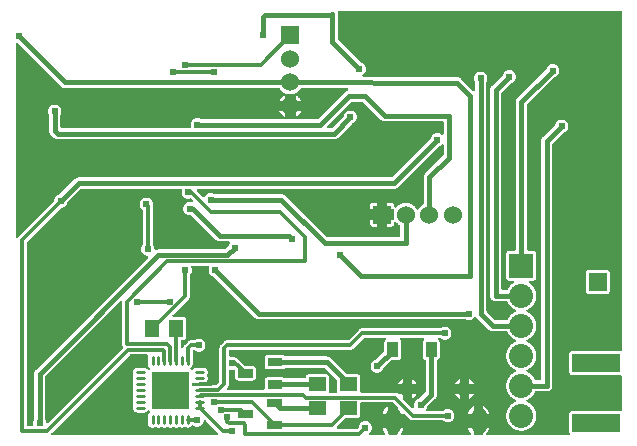
<source format=gbl>
G04 Layer: BottomLayer*
G04 EasyEDA v6.2.35, 2019-08-15T18:41:42+02:00*
G04 d928556bf1d54400a7a5e192a75a7165,10119efe1344418d97fa33539d7a4e55,10*
G04 Gerber Generator version 0.2*
G04 Scale: 100 percent, Rotated: No, Reflected: No *
G04 Dimensions in millimeters *
G04 leading zeros omitted , absolute positions ,3 integer and 3 decimal *
%FSLAX33Y33*%
%MOMM*%
G90*
G71D02*

%ADD11C,0.299999*%
%ADD12C,0.450012*%
%ADD13C,0.609600*%
%ADD28R,4.064000X1.524000*%
%ADD30C,1.299997*%
%ADD31R,1.524000X1.524000*%
%ADD32C,1.524000*%
%ADD33R,2.032000X2.032000*%
%ADD34C,2.032000*%
%ADD35C,0.280010*%

%LPD*%
G36*
G01X51457Y36192D02*
G01X27614Y36192D01*
G01X27600Y36191D01*
G01X27585Y36188D01*
G01X27572Y36183D01*
G01X27559Y36176D01*
G01X27548Y36167D01*
G01X27537Y36157D01*
G01X27529Y36145D01*
G01X27522Y36133D01*
G01X27517Y36119D01*
G01X27513Y36105D01*
G01X27512Y36090D01*
G01X27516Y36064D01*
G01X27523Y36034D01*
G01X27528Y36003D01*
G01X27531Y35972D01*
G01X27532Y35941D01*
G01X27532Y33769D01*
G01X27533Y33753D01*
G01X27537Y33738D01*
G01X27543Y33723D01*
G01X27551Y33709D01*
G01X27562Y33697D01*
G01X29454Y31805D01*
G01X29467Y31794D01*
G01X29481Y31786D01*
G01X29497Y31779D01*
G01X29529Y31769D01*
G01X29561Y31756D01*
G01X29592Y31741D01*
G01X29622Y31725D01*
G01X29651Y31706D01*
G01X29679Y31686D01*
G01X29705Y31665D01*
G01X29730Y31641D01*
G01X29754Y31617D01*
G01X29776Y31591D01*
G01X29797Y31563D01*
G01X29815Y31534D01*
G01X29832Y31505D01*
G01X29847Y31474D01*
G01X29861Y31442D01*
G01X29872Y31410D01*
G01X29881Y31377D01*
G01X29888Y31344D01*
G01X29894Y31310D01*
G01X29897Y31276D01*
G01X29898Y31242D01*
G01X29897Y31207D01*
G01X29894Y31173D01*
G01X29888Y31139D01*
G01X29881Y31105D01*
G01X29872Y31072D01*
G01X29860Y31039D01*
G01X29847Y31008D01*
G01X29832Y30977D01*
G01X29814Y30947D01*
G01X29795Y30918D01*
G01X29775Y30891D01*
G01X29752Y30864D01*
G01X29728Y30840D01*
G01X29703Y30816D01*
G01X29676Y30795D01*
G01X29648Y30775D01*
G01X29635Y30764D01*
G01X29624Y30752D01*
G01X29615Y30738D01*
G01X29608Y30723D01*
G01X29604Y30707D01*
G01X29603Y30690D01*
G01X29604Y30676D01*
G01X29607Y30662D01*
G01X29612Y30648D01*
G01X29619Y30635D01*
G01X29628Y30624D01*
G01X29638Y30613D01*
G01X29650Y30605D01*
G01X29662Y30598D01*
G01X29676Y30593D01*
G01X29690Y30590D01*
G01X29705Y30589D01*
G01X37592Y30580D01*
G01X37623Y30579D01*
G01X37655Y30576D01*
G01X37686Y30571D01*
G01X37716Y30564D01*
G01X37747Y30554D01*
G01X37776Y30543D01*
G01X37805Y30530D01*
G01X37832Y30515D01*
G01X37859Y30499D01*
G01X37885Y30480D01*
G01X37909Y30461D01*
G01X37932Y30439D01*
G01X38969Y29402D01*
G01X38981Y29392D01*
G01X38994Y29384D01*
G01X39009Y29378D01*
G01X39024Y29374D01*
G01X39040Y29373D01*
G01X39055Y29374D01*
G01X39069Y29377D01*
G01X39083Y29382D01*
G01X39095Y29389D01*
G01X39107Y29398D01*
G01X39117Y29408D01*
G01X39126Y29419D01*
G01X39133Y29432D01*
G01X39138Y29446D01*
G01X39141Y29460D01*
G01X39142Y29474D01*
G01X39142Y30164D01*
G01X39141Y30181D01*
G01X39136Y30197D01*
G01X39130Y30213D01*
G01X39114Y30244D01*
G01X39101Y30276D01*
G01X39089Y30308D01*
G01X39079Y30342D01*
G01X39072Y30376D01*
G01X39066Y30410D01*
G01X39063Y30445D01*
G01X39062Y30479D01*
G01X39063Y30513D01*
G01X39066Y30547D01*
G01X39071Y30581D01*
G01X39078Y30614D01*
G01X39088Y30647D01*
G01X39099Y30679D01*
G01X39112Y30710D01*
G01X39126Y30740D01*
G01X39143Y30770D01*
G01X39162Y30798D01*
G01X39182Y30826D01*
G01X39203Y30852D01*
G01X39251Y30900D01*
G01X39277Y30921D01*
G01X39305Y30941D01*
G01X39333Y30960D01*
G01X39363Y30977D01*
G01X39393Y30991D01*
G01X39424Y31004D01*
G01X39456Y31015D01*
G01X39489Y31025D01*
G01X39522Y31032D01*
G01X39556Y31037D01*
G01X39590Y31040D01*
G01X39624Y31041D01*
G01X39657Y31040D01*
G01X39691Y31037D01*
G01X39725Y31032D01*
G01X39758Y31025D01*
G01X39791Y31015D01*
G01X39823Y31004D01*
G01X39854Y30991D01*
G01X39884Y30977D01*
G01X39914Y30960D01*
G01X39942Y30941D01*
G01X39970Y30921D01*
G01X39996Y30900D01*
G01X40044Y30852D01*
G01X40065Y30826D01*
G01X40085Y30798D01*
G01X40104Y30770D01*
G01X40121Y30740D01*
G01X40135Y30710D01*
G01X40148Y30679D01*
G01X40159Y30647D01*
G01X40169Y30614D01*
G01X40176Y30581D01*
G01X40181Y30547D01*
G01X40184Y30513D01*
G01X40185Y30480D01*
G01X40184Y30445D01*
G01X40181Y30410D01*
G01X40175Y30376D01*
G01X40168Y30342D01*
G01X40158Y30308D01*
G01X40146Y30276D01*
G01X40133Y30244D01*
G01X40117Y30213D01*
G01X40111Y30197D01*
G01X40106Y30181D01*
G01X40105Y30164D01*
G01X40105Y10782D01*
G01X40106Y10766D01*
G01X40110Y10751D01*
G01X40116Y10736D01*
G01X40124Y10722D01*
G01X40135Y10710D01*
G01X40809Y10036D01*
G01X40821Y10025D01*
G01X40835Y10017D01*
G01X40850Y10011D01*
G01X40865Y10007D01*
G01X40881Y10006D01*
G01X41808Y10006D01*
G01X41823Y10007D01*
G01X41837Y10010D01*
G01X41850Y10015D01*
G01X41863Y10022D01*
G01X41874Y10030D01*
G01X41885Y10041D01*
G01X41893Y10052D01*
G01X41900Y10065D01*
G01X41923Y10111D01*
G01X41949Y10157D01*
G01X41975Y10202D01*
G01X42004Y10246D01*
G01X42035Y10289D01*
G01X42067Y10330D01*
G01X42101Y10370D01*
G01X42137Y10408D01*
G01X42174Y10445D01*
G01X42212Y10480D01*
G01X42252Y10514D01*
G01X42294Y10546D01*
G01X42337Y10577D01*
G01X42380Y10605D01*
G01X42425Y10632D01*
G01X42472Y10657D01*
G01X42519Y10680D01*
G01X42567Y10701D01*
G01X42580Y10707D01*
G01X42592Y10716D01*
G01X42603Y10726D01*
G01X42612Y10738D01*
G01X42620Y10751D01*
G01X42625Y10765D01*
G01X42628Y10780D01*
G01X42629Y10794D01*
G01X42628Y10809D01*
G01X42625Y10824D01*
G01X42620Y10838D01*
G01X42612Y10851D01*
G01X42603Y10863D01*
G01X42592Y10873D01*
G01X42580Y10882D01*
G01X42567Y10888D01*
G01X42519Y10909D01*
G01X42472Y10932D01*
G01X42425Y10957D01*
G01X42380Y10984D01*
G01X42337Y11012D01*
G01X42294Y11043D01*
G01X42252Y11075D01*
G01X42212Y11109D01*
G01X42174Y11144D01*
G01X42137Y11181D01*
G01X42101Y11219D01*
G01X42067Y11259D01*
G01X42035Y11300D01*
G01X42004Y11343D01*
G01X41975Y11387D01*
G01X41949Y11432D01*
G01X41923Y11478D01*
G01X41900Y11524D01*
G01X41893Y11537D01*
G01X41885Y11548D01*
G01X41874Y11559D01*
G01X41863Y11567D01*
G01X41850Y11574D01*
G01X41837Y11579D01*
G01X41823Y11582D01*
G01X41808Y11583D01*
G01X40894Y11583D01*
G01X40862Y11584D01*
G01X40831Y11587D01*
G01X40800Y11592D01*
G01X40769Y11599D01*
G01X40739Y11609D01*
G01X40709Y11620D01*
G01X40681Y11633D01*
G01X40653Y11647D01*
G01X40626Y11664D01*
G01X40600Y11682D01*
G01X40576Y11702D01*
G01X40553Y11724D01*
G01X40531Y11747D01*
G01X40511Y11771D01*
G01X40493Y11797D01*
G01X40476Y11824D01*
G01X40462Y11852D01*
G01X40449Y11880D01*
G01X40438Y11910D01*
G01X40428Y11940D01*
G01X40421Y11971D01*
G01X40416Y12002D01*
G01X40413Y12033D01*
G01X40412Y12065D01*
G01X40412Y29464D01*
G01X40413Y29495D01*
G01X40416Y29526D01*
G01X40421Y29557D01*
G01X40428Y29588D01*
G01X40438Y29618D01*
G01X40449Y29648D01*
G01X40462Y29676D01*
G01X40476Y29704D01*
G01X40493Y29731D01*
G01X40511Y29757D01*
G01X40531Y29781D01*
G01X40553Y29804D01*
G01X41473Y30724D01*
G01X41484Y30737D01*
G01X41492Y30751D01*
G01X41499Y30767D01*
G01X41509Y30799D01*
G01X41522Y30831D01*
G01X41537Y30862D01*
G01X41553Y30892D01*
G01X41572Y30921D01*
G01X41592Y30949D01*
G01X41613Y30975D01*
G01X41637Y31000D01*
G01X41661Y31024D01*
G01X41687Y31046D01*
G01X41715Y31067D01*
G01X41744Y31085D01*
G01X41773Y31102D01*
G01X41804Y31117D01*
G01X41836Y31131D01*
G01X41868Y31142D01*
G01X41901Y31151D01*
G01X41934Y31158D01*
G01X41968Y31164D01*
G01X42002Y31167D01*
G01X42036Y31168D01*
G01X42070Y31167D01*
G01X42104Y31164D01*
G01X42138Y31159D01*
G01X42171Y31152D01*
G01X42204Y31142D01*
G01X42236Y31131D01*
G01X42267Y31118D01*
G01X42297Y31104D01*
G01X42327Y31087D01*
G01X42355Y31068D01*
G01X42383Y31048D01*
G01X42409Y31027D01*
G01X42457Y30979D01*
G01X42478Y30953D01*
G01X42498Y30925D01*
G01X42517Y30897D01*
G01X42534Y30867D01*
G01X42548Y30837D01*
G01X42561Y30806D01*
G01X42572Y30774D01*
G01X42582Y30741D01*
G01X42589Y30708D01*
G01X42594Y30674D01*
G01X42597Y30640D01*
G01X42598Y30607D01*
G01X42597Y30572D01*
G01X42594Y30538D01*
G01X42588Y30504D01*
G01X42581Y30471D01*
G01X42572Y30438D01*
G01X42561Y30406D01*
G01X42547Y30374D01*
G01X42532Y30343D01*
G01X42515Y30314D01*
G01X42497Y30285D01*
G01X42476Y30257D01*
G01X42454Y30231D01*
G01X42430Y30207D01*
G01X42405Y30183D01*
G01X42379Y30162D01*
G01X42351Y30142D01*
G01X42322Y30123D01*
G01X42292Y30107D01*
G01X42261Y30092D01*
G01X42229Y30079D01*
G01X42197Y30069D01*
G01X42181Y30062D01*
G01X42167Y30054D01*
G01X42154Y30043D01*
G01X41405Y29294D01*
G01X41394Y29282D01*
G01X41386Y29268D01*
G01X41380Y29253D01*
G01X41376Y29238D01*
G01X41375Y29222D01*
G01X41375Y12648D01*
G01X41376Y12633D01*
G01X41379Y12619D01*
G01X41384Y12605D01*
G01X41391Y12593D01*
G01X41400Y12581D01*
G01X41410Y12571D01*
G01X41422Y12562D01*
G01X41434Y12555D01*
G01X41448Y12550D01*
G01X41462Y12547D01*
G01X41477Y12546D01*
G01X41808Y12546D01*
G01X41823Y12547D01*
G01X41837Y12550D01*
G01X41850Y12555D01*
G01X41863Y12562D01*
G01X41874Y12570D01*
G01X41885Y12581D01*
G01X41893Y12592D01*
G01X41900Y12605D01*
G01X41923Y12651D01*
G01X41948Y12697D01*
G01X41975Y12742D01*
G01X42004Y12786D01*
G01X42034Y12828D01*
G01X42067Y12869D01*
G01X42101Y12909D01*
G01X42136Y12947D01*
G01X42173Y12984D01*
G01X42211Y13020D01*
G01X42251Y13053D01*
G01X42293Y13085D01*
G01X42335Y13116D01*
G01X42379Y13144D01*
G01X42391Y13153D01*
G01X42401Y13163D01*
G01X42410Y13175D01*
G01X42417Y13188D01*
G01X42423Y13201D01*
G01X42426Y13216D01*
G01X42427Y13230D01*
G01X42426Y13245D01*
G01X42423Y13259D01*
G01X42418Y13273D01*
G01X42411Y13285D01*
G01X42402Y13297D01*
G01X42392Y13307D01*
G01X42380Y13316D01*
G01X42367Y13323D01*
G01X42354Y13328D01*
G01X42340Y13331D01*
G01X42325Y13332D01*
G01X42037Y13332D01*
G01X42013Y13333D01*
G01X41989Y13336D01*
G01X41966Y13342D01*
G01X41944Y13349D01*
G01X41922Y13359D01*
G01X41901Y13370D01*
G01X41882Y13384D01*
G01X41864Y13399D01*
G01X41847Y13416D01*
G01X41832Y13434D01*
G01X41818Y13453D01*
G01X41807Y13474D01*
G01X41797Y13496D01*
G01X41790Y13518D01*
G01X41784Y13541D01*
G01X41781Y13565D01*
G01X41780Y13589D01*
G01X41780Y15621D01*
G01X41781Y15644D01*
G01X41784Y15668D01*
G01X41790Y15691D01*
G01X41797Y15713D01*
G01X41807Y15735D01*
G01X41818Y15756D01*
G01X41832Y15775D01*
G01X41847Y15793D01*
G01X41864Y15810D01*
G01X41882Y15825D01*
G01X41901Y15839D01*
G01X41922Y15850D01*
G01X41944Y15860D01*
G01X41966Y15867D01*
G01X41989Y15873D01*
G01X42013Y15876D01*
G01X42037Y15877D01*
G01X42469Y15877D01*
G01X42484Y15878D01*
G01X42498Y15881D01*
G01X42512Y15886D01*
G01X42524Y15893D01*
G01X42536Y15902D01*
G01X42546Y15912D01*
G01X42555Y15924D01*
G01X42562Y15936D01*
G01X42567Y15950D01*
G01X42570Y15964D01*
G01X42571Y15979D01*
G01X42571Y28448D01*
G01X42572Y28479D01*
G01X42575Y28510D01*
G01X42580Y28541D01*
G01X42587Y28572D01*
G01X42597Y28602D01*
G01X42608Y28632D01*
G01X42621Y28660D01*
G01X42635Y28688D01*
G01X42652Y28715D01*
G01X42670Y28741D01*
G01X42690Y28765D01*
G01X42712Y28788D01*
G01X45156Y31232D01*
G01X45167Y31245D01*
G01X45175Y31259D01*
G01X45182Y31275D01*
G01X45192Y31307D01*
G01X45205Y31339D01*
G01X45220Y31370D01*
G01X45236Y31400D01*
G01X45255Y31429D01*
G01X45275Y31457D01*
G01X45296Y31483D01*
G01X45320Y31508D01*
G01X45344Y31532D01*
G01X45370Y31554D01*
G01X45398Y31575D01*
G01X45427Y31593D01*
G01X45456Y31610D01*
G01X45487Y31625D01*
G01X45519Y31639D01*
G01X45551Y31650D01*
G01X45584Y31659D01*
G01X45617Y31666D01*
G01X45651Y31672D01*
G01X45685Y31675D01*
G01X45719Y31676D01*
G01X45753Y31675D01*
G01X45787Y31672D01*
G01X45821Y31667D01*
G01X45854Y31660D01*
G01X45887Y31650D01*
G01X45919Y31639D01*
G01X45950Y31626D01*
G01X45980Y31612D01*
G01X46010Y31595D01*
G01X46038Y31576D01*
G01X46066Y31556D01*
G01X46092Y31535D01*
G01X46140Y31487D01*
G01X46161Y31461D01*
G01X46181Y31433D01*
G01X46200Y31405D01*
G01X46217Y31375D01*
G01X46231Y31345D01*
G01X46244Y31314D01*
G01X46255Y31282D01*
G01X46265Y31249D01*
G01X46272Y31216D01*
G01X46277Y31182D01*
G01X46280Y31148D01*
G01X46281Y31115D01*
G01X46280Y31080D01*
G01X46277Y31046D01*
G01X46271Y31012D01*
G01X46264Y30979D01*
G01X46255Y30946D01*
G01X46244Y30914D01*
G01X46230Y30882D01*
G01X46215Y30851D01*
G01X46198Y30822D01*
G01X46180Y30793D01*
G01X46159Y30765D01*
G01X46137Y30739D01*
G01X46113Y30715D01*
G01X46088Y30691D01*
G01X46062Y30670D01*
G01X46034Y30650D01*
G01X46005Y30631D01*
G01X45975Y30615D01*
G01X45944Y30600D01*
G01X45912Y30587D01*
G01X45880Y30577D01*
G01X45864Y30570D01*
G01X45850Y30562D01*
G01X45837Y30551D01*
G01X43564Y28278D01*
G01X43553Y28266D01*
G01X43545Y28252D01*
G01X43539Y28237D01*
G01X43535Y28222D01*
G01X43534Y28206D01*
G01X43534Y15979D01*
G01X43535Y15964D01*
G01X43538Y15950D01*
G01X43543Y15936D01*
G01X43550Y15924D01*
G01X43559Y15912D01*
G01X43569Y15902D01*
G01X43581Y15893D01*
G01X43593Y15886D01*
G01X43607Y15881D01*
G01X43621Y15878D01*
G01X43636Y15877D01*
G01X44069Y15877D01*
G01X44092Y15876D01*
G01X44116Y15873D01*
G01X44139Y15867D01*
G01X44161Y15860D01*
G01X44183Y15850D01*
G01X44204Y15839D01*
G01X44223Y15825D01*
G01X44241Y15810D01*
G01X44258Y15793D01*
G01X44273Y15775D01*
G01X44287Y15756D01*
G01X44298Y15735D01*
G01X44308Y15713D01*
G01X44315Y15691D01*
G01X44321Y15668D01*
G01X44324Y15644D01*
G01X44325Y15621D01*
G01X44325Y13589D01*
G01X44324Y13565D01*
G01X44321Y13541D01*
G01X44315Y13518D01*
G01X44308Y13496D01*
G01X44298Y13474D01*
G01X44287Y13453D01*
G01X44273Y13434D01*
G01X44258Y13416D01*
G01X44241Y13399D01*
G01X44223Y13384D01*
G01X44204Y13370D01*
G01X44183Y13359D01*
G01X44161Y13349D01*
G01X44139Y13342D01*
G01X44116Y13336D01*
G01X44092Y13333D01*
G01X44069Y13332D01*
G01X43780Y13332D01*
G01X43765Y13331D01*
G01X43751Y13328D01*
G01X43738Y13323D01*
G01X43725Y13316D01*
G01X43713Y13307D01*
G01X43703Y13297D01*
G01X43694Y13285D01*
G01X43687Y13273D01*
G01X43682Y13259D01*
G01X43679Y13245D01*
G01X43678Y13230D01*
G01X43679Y13216D01*
G01X43682Y13201D01*
G01X43688Y13188D01*
G01X43695Y13175D01*
G01X43704Y13163D01*
G01X43714Y13153D01*
G01X43726Y13144D01*
G01X43769Y13116D01*
G01X43811Y13086D01*
G01X43852Y13055D01*
G01X43930Y12987D01*
G01X43966Y12950D01*
G01X44001Y12913D01*
G01X44035Y12873D01*
G01X44067Y12833D01*
G01X44097Y12791D01*
G01X44126Y12748D01*
G01X44153Y12704D01*
G01X44178Y12659D01*
G01X44201Y12613D01*
G01X44222Y12566D01*
G01X44241Y12518D01*
G01X44259Y12470D01*
G01X44274Y12421D01*
G01X44288Y12371D01*
G01X44299Y12321D01*
G01X44308Y12270D01*
G01X44316Y12219D01*
G01X44321Y12168D01*
G01X44324Y12116D01*
G01X44325Y12065D01*
G01X44324Y12013D01*
G01X44321Y11961D01*
G01X44316Y11910D01*
G01X44308Y11858D01*
G01X44299Y11808D01*
G01X44287Y11757D01*
G01X44274Y11707D01*
G01X44258Y11658D01*
G01X44241Y11609D01*
G01X44221Y11561D01*
G01X44200Y11514D01*
G01X44177Y11468D01*
G01X44151Y11423D01*
G01X44124Y11379D01*
G01X44096Y11336D01*
G01X44065Y11294D01*
G01X44033Y11253D01*
G01X43999Y11214D01*
G01X43964Y11176D01*
G01X43927Y11140D01*
G01X43889Y11105D01*
G01X43849Y11072D01*
G01X43808Y11041D01*
G01X43766Y11011D01*
G01X43722Y10983D01*
G01X43678Y10956D01*
G01X43632Y10932D01*
G01X43586Y10909D01*
G01X43538Y10888D01*
G01X43525Y10882D01*
G01X43513Y10873D01*
G01X43502Y10863D01*
G01X43493Y10851D01*
G01X43485Y10838D01*
G01X43480Y10824D01*
G01X43477Y10809D01*
G01X43476Y10795D01*
G01X43477Y10780D01*
G01X43480Y10765D01*
G01X43485Y10751D01*
G01X43493Y10738D01*
G01X43502Y10726D01*
G01X43513Y10716D01*
G01X43525Y10707D01*
G01X43538Y10701D01*
G01X43586Y10680D01*
G01X43632Y10657D01*
G01X43678Y10633D01*
G01X43722Y10606D01*
G01X43766Y10578D01*
G01X43808Y10548D01*
G01X43849Y10517D01*
G01X43889Y10484D01*
G01X43927Y10449D01*
G01X43964Y10413D01*
G01X43999Y10375D01*
G01X44033Y10336D01*
G01X44065Y10295D01*
G01X44096Y10253D01*
G01X44124Y10210D01*
G01X44151Y10166D01*
G01X44177Y10121D01*
G01X44200Y10075D01*
G01X44221Y10028D01*
G01X44241Y9980D01*
G01X44258Y9931D01*
G01X44274Y9882D01*
G01X44287Y9832D01*
G01X44299Y9781D01*
G01X44308Y9731D01*
G01X44316Y9679D01*
G01X44321Y9628D01*
G01X44324Y9576D01*
G01X44325Y9525D01*
G01X44324Y9473D01*
G01X44321Y9421D01*
G01X44316Y9370D01*
G01X44308Y9318D01*
G01X44299Y9268D01*
G01X44287Y9217D01*
G01X44274Y9167D01*
G01X44258Y9118D01*
G01X44241Y9069D01*
G01X44221Y9021D01*
G01X44200Y8974D01*
G01X44177Y8928D01*
G01X44151Y8883D01*
G01X44124Y8839D01*
G01X44096Y8796D01*
G01X44065Y8754D01*
G01X44033Y8713D01*
G01X43999Y8674D01*
G01X43964Y8636D01*
G01X43927Y8600D01*
G01X43889Y8565D01*
G01X43849Y8532D01*
G01X43808Y8501D01*
G01X43766Y8471D01*
G01X43722Y8443D01*
G01X43678Y8416D01*
G01X43632Y8392D01*
G01X43586Y8369D01*
G01X43538Y8348D01*
G01X43525Y8342D01*
G01X43513Y8333D01*
G01X43502Y8323D01*
G01X43493Y8311D01*
G01X43485Y8298D01*
G01X43480Y8284D01*
G01X43477Y8269D01*
G01X43476Y8255D01*
G01X43477Y8240D01*
G01X43480Y8225D01*
G01X43485Y8211D01*
G01X43493Y8198D01*
G01X43502Y8186D01*
G01X43513Y8176D01*
G01X43525Y8167D01*
G01X43538Y8161D01*
G01X43586Y8140D01*
G01X43632Y8117D01*
G01X43678Y8093D01*
G01X43722Y8066D01*
G01X43766Y8038D01*
G01X43808Y8008D01*
G01X43849Y7977D01*
G01X43889Y7944D01*
G01X43927Y7909D01*
G01X43964Y7873D01*
G01X43999Y7835D01*
G01X44033Y7796D01*
G01X44065Y7755D01*
G01X44096Y7713D01*
G01X44124Y7670D01*
G01X44151Y7626D01*
G01X44177Y7581D01*
G01X44200Y7535D01*
G01X44221Y7488D01*
G01X44241Y7440D01*
G01X44258Y7391D01*
G01X44274Y7342D01*
G01X44287Y7292D01*
G01X44299Y7241D01*
G01X44308Y7191D01*
G01X44316Y7139D01*
G01X44321Y7088D01*
G01X44324Y7036D01*
G01X44325Y6985D01*
G01X44324Y6933D01*
G01X44321Y6881D01*
G01X44316Y6830D01*
G01X44308Y6778D01*
G01X44299Y6728D01*
G01X44287Y6677D01*
G01X44274Y6627D01*
G01X44258Y6578D01*
G01X44241Y6529D01*
G01X44221Y6481D01*
G01X44200Y6434D01*
G01X44177Y6388D01*
G01X44151Y6343D01*
G01X44124Y6299D01*
G01X44096Y6256D01*
G01X44065Y6214D01*
G01X44033Y6173D01*
G01X43999Y6134D01*
G01X43964Y6096D01*
G01X43927Y6060D01*
G01X43889Y6025D01*
G01X43849Y5992D01*
G01X43808Y5961D01*
G01X43766Y5931D01*
G01X43722Y5903D01*
G01X43678Y5876D01*
G01X43632Y5852D01*
G01X43586Y5829D01*
G01X43538Y5808D01*
G01X43525Y5802D01*
G01X43513Y5793D01*
G01X43502Y5783D01*
G01X43493Y5771D01*
G01X43485Y5758D01*
G01X43480Y5744D01*
G01X43477Y5729D01*
G01X43476Y5715D01*
G01X43477Y5700D01*
G01X43480Y5685D01*
G01X43485Y5671D01*
G01X43493Y5658D01*
G01X43502Y5646D01*
G01X43513Y5636D01*
G01X43525Y5627D01*
G01X43538Y5621D01*
G01X43586Y5600D01*
G01X43633Y5577D01*
G01X43680Y5552D01*
G01X43725Y5525D01*
G01X43768Y5497D01*
G01X43811Y5466D01*
G01X43853Y5434D01*
G01X43893Y5400D01*
G01X43931Y5365D01*
G01X43968Y5328D01*
G01X44004Y5290D01*
G01X44038Y5250D01*
G01X44070Y5209D01*
G01X44101Y5166D01*
G01X44130Y5122D01*
G01X44156Y5077D01*
G01X44182Y5031D01*
G01X44205Y4985D01*
G01X44212Y4972D01*
G01X44220Y4961D01*
G01X44231Y4950D01*
G01X44242Y4942D01*
G01X44255Y4935D01*
G01X44268Y4930D01*
G01X44282Y4927D01*
G01X44297Y4926D01*
G01X44628Y4926D01*
G01X44643Y4927D01*
G01X44657Y4930D01*
G01X44671Y4935D01*
G01X44683Y4942D01*
G01X44695Y4951D01*
G01X44705Y4961D01*
G01X44714Y4973D01*
G01X44721Y4985D01*
G01X44726Y4999D01*
G01X44729Y5013D01*
G01X44730Y5028D01*
G01X44730Y25146D01*
G01X44731Y25177D01*
G01X44734Y25208D01*
G01X44739Y25239D01*
G01X44746Y25270D01*
G01X44756Y25300D01*
G01X44767Y25330D01*
G01X44780Y25358D01*
G01X44794Y25386D01*
G01X44811Y25413D01*
G01X44829Y25439D01*
G01X44849Y25463D01*
G01X44871Y25486D01*
G01X45918Y26533D01*
G01X45929Y26546D01*
G01X45937Y26560D01*
G01X45944Y26576D01*
G01X45954Y26608D01*
G01X45967Y26640D01*
G01X45982Y26671D01*
G01X45998Y26701D01*
G01X46017Y26730D01*
G01X46037Y26758D01*
G01X46058Y26784D01*
G01X46082Y26809D01*
G01X46106Y26833D01*
G01X46132Y26855D01*
G01X46160Y26876D01*
G01X46189Y26894D01*
G01X46218Y26911D01*
G01X46249Y26926D01*
G01X46281Y26940D01*
G01X46313Y26951D01*
G01X46346Y26960D01*
G01X46379Y26967D01*
G01X46413Y26973D01*
G01X46447Y26976D01*
G01X46481Y26977D01*
G01X46515Y26976D01*
G01X46549Y26973D01*
G01X46583Y26968D01*
G01X46616Y26961D01*
G01X46649Y26951D01*
G01X46681Y26940D01*
G01X46712Y26927D01*
G01X46742Y26913D01*
G01X46772Y26896D01*
G01X46800Y26877D01*
G01X46828Y26857D01*
G01X46854Y26836D01*
G01X46902Y26788D01*
G01X46923Y26762D01*
G01X46943Y26734D01*
G01X46962Y26706D01*
G01X46979Y26676D01*
G01X46993Y26646D01*
G01X47006Y26615D01*
G01X47017Y26583D01*
G01X47027Y26550D01*
G01X47034Y26517D01*
G01X47039Y26483D01*
G01X47042Y26449D01*
G01X47043Y26416D01*
G01X47042Y26381D01*
G01X47039Y26347D01*
G01X47033Y26313D01*
G01X47026Y26280D01*
G01X47017Y26247D01*
G01X47006Y26215D01*
G01X46992Y26183D01*
G01X46977Y26152D01*
G01X46960Y26123D01*
G01X46942Y26094D01*
G01X46921Y26066D01*
G01X46899Y26040D01*
G01X46875Y26016D01*
G01X46850Y25992D01*
G01X46824Y25971D01*
G01X46796Y25951D01*
G01X46767Y25932D01*
G01X46737Y25916D01*
G01X46706Y25901D01*
G01X46674Y25888D01*
G01X46642Y25878D01*
G01X46626Y25871D01*
G01X46612Y25863D01*
G01X46599Y25852D01*
G01X45723Y24976D01*
G01X45712Y24964D01*
G01X45704Y24950D01*
G01X45698Y24935D01*
G01X45694Y24920D01*
G01X45693Y24904D01*
G01X45693Y4445D01*
G01X45692Y4413D01*
G01X45689Y4382D01*
G01X45684Y4351D01*
G01X45677Y4320D01*
G01X45667Y4290D01*
G01X45656Y4260D01*
G01X45643Y4232D01*
G01X45629Y4204D01*
G01X45612Y4177D01*
G01X45594Y4151D01*
G01X45574Y4127D01*
G01X45552Y4104D01*
G01X45529Y4082D01*
G01X45505Y4062D01*
G01X45479Y4044D01*
G01X45452Y4027D01*
G01X45424Y4013D01*
G01X45396Y4000D01*
G01X45366Y3989D01*
G01X45336Y3979D01*
G01X45305Y3972D01*
G01X45274Y3967D01*
G01X45243Y3964D01*
G01X45212Y3963D01*
G01X44297Y3963D01*
G01X44282Y3962D01*
G01X44268Y3959D01*
G01X44255Y3954D01*
G01X44242Y3947D01*
G01X44231Y3939D01*
G01X44220Y3928D01*
G01X44212Y3917D01*
G01X44205Y3904D01*
G01X44182Y3858D01*
G01X44156Y3812D01*
G01X44130Y3767D01*
G01X44101Y3723D01*
G01X44070Y3680D01*
G01X44038Y3639D01*
G01X44004Y3599D01*
G01X43968Y3561D01*
G01X43931Y3524D01*
G01X43893Y3489D01*
G01X43853Y3455D01*
G01X43811Y3423D01*
G01X43768Y3392D01*
G01X43725Y3364D01*
G01X43680Y3337D01*
G01X43633Y3312D01*
G01X43586Y3289D01*
G01X43538Y3268D01*
G01X43525Y3262D01*
G01X43513Y3253D01*
G01X43502Y3243D01*
G01X43493Y3231D01*
G01X43485Y3218D01*
G01X43480Y3204D01*
G01X43477Y3189D01*
G01X43476Y3175D01*
G01X43477Y3160D01*
G01X43480Y3145D01*
G01X43485Y3131D01*
G01X43493Y3118D01*
G01X43502Y3106D01*
G01X43513Y3096D01*
G01X43525Y3087D01*
G01X43538Y3081D01*
G01X43586Y3060D01*
G01X43632Y3037D01*
G01X43678Y3013D01*
G01X43722Y2986D01*
G01X43766Y2958D01*
G01X43808Y2928D01*
G01X43849Y2897D01*
G01X43889Y2864D01*
G01X43927Y2829D01*
G01X43964Y2793D01*
G01X43999Y2755D01*
G01X44033Y2716D01*
G01X44065Y2675D01*
G01X44096Y2633D01*
G01X44124Y2590D01*
G01X44151Y2546D01*
G01X44177Y2501D01*
G01X44200Y2455D01*
G01X44221Y2408D01*
G01X44241Y2360D01*
G01X44258Y2311D01*
G01X44274Y2262D01*
G01X44287Y2212D01*
G01X44299Y2161D01*
G01X44308Y2111D01*
G01X44316Y2059D01*
G01X44321Y2008D01*
G01X44324Y1956D01*
G01X44325Y1905D01*
G01X44324Y1853D01*
G01X44321Y1802D01*
G01X44316Y1751D01*
G01X44309Y1700D01*
G01X44299Y1650D01*
G01X44288Y1600D01*
G01X44275Y1550D01*
G01X44260Y1502D01*
G01X44242Y1453D01*
G01X44223Y1406D01*
G01X44202Y1359D01*
G01X44179Y1313D01*
G01X44155Y1268D01*
G01X44128Y1224D01*
G01X44100Y1182D01*
G01X44070Y1140D01*
G01X44038Y1100D01*
G01X44005Y1061D01*
G01X43970Y1023D01*
G01X43934Y987D01*
G01X43896Y952D01*
G01X43857Y919D01*
G01X43817Y887D01*
G01X43775Y857D01*
G01X43733Y829D01*
G01X43689Y802D01*
G01X43644Y778D01*
G01X43598Y755D01*
G01X43551Y734D01*
G01X43504Y715D01*
G01X43455Y697D01*
G01X43407Y682D01*
G01X43357Y669D01*
G01X43307Y658D01*
G01X43257Y648D01*
G01X43206Y641D01*
G01X43155Y636D01*
G01X43104Y633D01*
G01X43053Y632D01*
G01X43001Y633D01*
G01X42950Y636D01*
G01X42899Y641D01*
G01X42848Y648D01*
G01X42798Y658D01*
G01X42748Y669D01*
G01X42698Y682D01*
G01X42650Y697D01*
G01X42601Y715D01*
G01X42554Y734D01*
G01X42507Y755D01*
G01X42461Y778D01*
G01X42416Y802D01*
G01X42372Y829D01*
G01X42330Y857D01*
G01X42288Y887D01*
G01X42248Y919D01*
G01X42209Y952D01*
G01X42171Y987D01*
G01X42135Y1023D01*
G01X42100Y1061D01*
G01X42067Y1100D01*
G01X42035Y1140D01*
G01X42005Y1182D01*
G01X41977Y1224D01*
G01X41950Y1268D01*
G01X41926Y1313D01*
G01X41903Y1359D01*
G01X41882Y1406D01*
G01X41863Y1453D01*
G01X41845Y1502D01*
G01X41830Y1550D01*
G01X41817Y1600D01*
G01X41806Y1650D01*
G01X41796Y1700D01*
G01X41789Y1751D01*
G01X41784Y1802D01*
G01X41781Y1853D01*
G01X41780Y1905D01*
G01X41781Y1956D01*
G01X41784Y2008D01*
G01X41789Y2059D01*
G01X41797Y2111D01*
G01X41806Y2161D01*
G01X41818Y2212D01*
G01X41831Y2262D01*
G01X41847Y2311D01*
G01X41864Y2360D01*
G01X41884Y2408D01*
G01X41905Y2455D01*
G01X41928Y2501D01*
G01X41954Y2546D01*
G01X41981Y2590D01*
G01X42009Y2633D01*
G01X42040Y2675D01*
G01X42072Y2716D01*
G01X42106Y2755D01*
G01X42141Y2793D01*
G01X42178Y2829D01*
G01X42216Y2864D01*
G01X42256Y2897D01*
G01X42297Y2928D01*
G01X42339Y2958D01*
G01X42383Y2986D01*
G01X42427Y3013D01*
G01X42473Y3037D01*
G01X42519Y3060D01*
G01X42567Y3081D01*
G01X42580Y3087D01*
G01X42592Y3096D01*
G01X42603Y3106D01*
G01X42612Y3118D01*
G01X42620Y3131D01*
G01X42625Y3145D01*
G01X42628Y3160D01*
G01X42629Y3174D01*
G01X42628Y3189D01*
G01X42625Y3204D01*
G01X42620Y3218D01*
G01X42612Y3231D01*
G01X42603Y3243D01*
G01X42592Y3253D01*
G01X42580Y3262D01*
G01X42567Y3268D01*
G01X42519Y3289D01*
G01X42473Y3312D01*
G01X42427Y3336D01*
G01X42383Y3363D01*
G01X42339Y3391D01*
G01X42297Y3421D01*
G01X42256Y3452D01*
G01X42216Y3485D01*
G01X42178Y3520D01*
G01X42141Y3556D01*
G01X42106Y3594D01*
G01X42072Y3633D01*
G01X42040Y3674D01*
G01X42009Y3716D01*
G01X41981Y3759D01*
G01X41954Y3803D01*
G01X41928Y3848D01*
G01X41905Y3894D01*
G01X41884Y3941D01*
G01X41864Y3989D01*
G01X41847Y4038D01*
G01X41831Y4087D01*
G01X41818Y4137D01*
G01X41806Y4188D01*
G01X41797Y4238D01*
G01X41789Y4290D01*
G01X41784Y4341D01*
G01X41781Y4393D01*
G01X41780Y4444D01*
G01X41781Y4496D01*
G01X41784Y4548D01*
G01X41789Y4599D01*
G01X41797Y4651D01*
G01X41806Y4701D01*
G01X41818Y4752D01*
G01X41831Y4802D01*
G01X41847Y4851D01*
G01X41864Y4900D01*
G01X41884Y4948D01*
G01X41905Y4995D01*
G01X41928Y5041D01*
G01X41954Y5086D01*
G01X41981Y5130D01*
G01X42009Y5173D01*
G01X42040Y5215D01*
G01X42072Y5256D01*
G01X42106Y5295D01*
G01X42141Y5333D01*
G01X42178Y5369D01*
G01X42216Y5404D01*
G01X42256Y5437D01*
G01X42297Y5468D01*
G01X42339Y5498D01*
G01X42383Y5526D01*
G01X42427Y5553D01*
G01X42473Y5577D01*
G01X42519Y5600D01*
G01X42567Y5621D01*
G01X42580Y5627D01*
G01X42592Y5636D01*
G01X42603Y5646D01*
G01X42612Y5658D01*
G01X42620Y5671D01*
G01X42625Y5685D01*
G01X42628Y5700D01*
G01X42629Y5714D01*
G01X42628Y5729D01*
G01X42625Y5744D01*
G01X42620Y5758D01*
G01X42612Y5771D01*
G01X42603Y5783D01*
G01X42592Y5793D01*
G01X42580Y5802D01*
G01X42567Y5808D01*
G01X42519Y5829D01*
G01X42473Y5852D01*
G01X42427Y5876D01*
G01X42383Y5903D01*
G01X42339Y5931D01*
G01X42297Y5961D01*
G01X42256Y5992D01*
G01X42216Y6025D01*
G01X42178Y6060D01*
G01X42141Y6096D01*
G01X42106Y6134D01*
G01X42072Y6173D01*
G01X42040Y6214D01*
G01X42009Y6256D01*
G01X41981Y6299D01*
G01X41954Y6343D01*
G01X41928Y6388D01*
G01X41905Y6434D01*
G01X41884Y6481D01*
G01X41864Y6529D01*
G01X41847Y6578D01*
G01X41831Y6627D01*
G01X41818Y6677D01*
G01X41806Y6728D01*
G01X41797Y6778D01*
G01X41789Y6830D01*
G01X41784Y6881D01*
G01X41781Y6933D01*
G01X41780Y6984D01*
G01X41781Y7036D01*
G01X41784Y7088D01*
G01X41789Y7139D01*
G01X41797Y7191D01*
G01X41806Y7241D01*
G01X41818Y7292D01*
G01X41831Y7342D01*
G01X41847Y7391D01*
G01X41864Y7440D01*
G01X41884Y7488D01*
G01X41905Y7535D01*
G01X41928Y7581D01*
G01X41954Y7626D01*
G01X41981Y7670D01*
G01X42009Y7713D01*
G01X42040Y7755D01*
G01X42072Y7796D01*
G01X42106Y7835D01*
G01X42141Y7873D01*
G01X42178Y7909D01*
G01X42216Y7944D01*
G01X42256Y7977D01*
G01X42297Y8008D01*
G01X42339Y8038D01*
G01X42383Y8066D01*
G01X42427Y8093D01*
G01X42473Y8117D01*
G01X42519Y8140D01*
G01X42567Y8161D01*
G01X42580Y8167D01*
G01X42592Y8176D01*
G01X42603Y8186D01*
G01X42612Y8198D01*
G01X42620Y8211D01*
G01X42625Y8225D01*
G01X42628Y8240D01*
G01X42629Y8254D01*
G01X42628Y8269D01*
G01X42625Y8284D01*
G01X42620Y8298D01*
G01X42612Y8311D01*
G01X42603Y8323D01*
G01X42592Y8333D01*
G01X42580Y8342D01*
G01X42567Y8348D01*
G01X42519Y8369D01*
G01X42472Y8392D01*
G01X42425Y8417D01*
G01X42380Y8444D01*
G01X42337Y8472D01*
G01X42294Y8503D01*
G01X42252Y8535D01*
G01X42212Y8569D01*
G01X42174Y8604D01*
G01X42137Y8641D01*
G01X42101Y8679D01*
G01X42067Y8719D01*
G01X42035Y8760D01*
G01X42004Y8803D01*
G01X41975Y8847D01*
G01X41949Y8892D01*
G01X41923Y8938D01*
G01X41900Y8984D01*
G01X41893Y8997D01*
G01X41885Y9008D01*
G01X41874Y9019D01*
G01X41863Y9027D01*
G01X41850Y9034D01*
G01X41837Y9039D01*
G01X41823Y9042D01*
G01X41808Y9043D01*
G01X40640Y9043D01*
G01X40608Y9044D01*
G01X40577Y9047D01*
G01X40546Y9052D01*
G01X40515Y9059D01*
G01X40485Y9069D01*
G01X40455Y9080D01*
G01X40427Y9093D01*
G01X40399Y9107D01*
G01X40372Y9124D01*
G01X40346Y9142D01*
G01X40322Y9162D01*
G01X40299Y9184D01*
G01X39283Y10200D01*
G01X39244Y10244D01*
G01X39234Y10255D01*
G01X39222Y10265D01*
G01X39209Y10272D01*
G01X39195Y10278D01*
G01X39180Y10281D01*
G01X39164Y10282D01*
G01X39150Y10281D01*
G01X39136Y10278D01*
G01X39122Y10273D01*
G01X39110Y10266D01*
G01X39098Y10258D01*
G01X39088Y10248D01*
G01X39079Y10236D01*
G01X39059Y10207D01*
G01X39038Y10180D01*
G01X39014Y10154D01*
G01X38989Y10129D01*
G01X38963Y10106D01*
G01X38935Y10085D01*
G01X38906Y10065D01*
G01X38876Y10048D01*
G01X38845Y10032D01*
G01X38813Y10018D01*
G01X38780Y10006D01*
G01X38746Y9997D01*
G01X38712Y9989D01*
G01X38677Y9984D01*
G01X38642Y9980D01*
G01X38608Y9979D01*
G01X38573Y9980D01*
G01X38538Y9983D01*
G01X38504Y9989D01*
G01X38470Y9996D01*
G01X38436Y10006D01*
G01X38404Y10018D01*
G01X38372Y10031D01*
G01X38341Y10047D01*
G01X38325Y10053D01*
G01X38309Y10058D01*
G01X38292Y10059D01*
G01X20828Y10059D01*
G01X20796Y10060D01*
G01X20765Y10063D01*
G01X20734Y10068D01*
G01X20703Y10075D01*
G01X20673Y10085D01*
G01X20643Y10096D01*
G01X20615Y10109D01*
G01X20587Y10123D01*
G01X20560Y10140D01*
G01X20534Y10158D01*
G01X20510Y10178D01*
G01X20487Y10200D01*
G01X17027Y13660D01*
G01X17014Y13671D01*
G01X17000Y13679D01*
G01X16984Y13686D01*
G01X16952Y13696D01*
G01X16920Y13709D01*
G01X16889Y13724D01*
G01X16859Y13740D01*
G01X16830Y13759D01*
G01X16802Y13779D01*
G01X16776Y13800D01*
G01X16751Y13824D01*
G01X16727Y13848D01*
G01X16705Y13874D01*
G01X16684Y13902D01*
G01X16666Y13931D01*
G01X16649Y13960D01*
G01X16634Y13991D01*
G01X16620Y14023D01*
G01X16609Y14055D01*
G01X16600Y14088D01*
G01X16593Y14121D01*
G01X16587Y14155D01*
G01X16584Y14189D01*
G01X16583Y14223D01*
G01X16584Y14260D01*
G01X16588Y14297D01*
G01X16594Y14333D01*
G01X16602Y14369D01*
G01X16613Y14404D01*
G01X16626Y14438D01*
G01X16632Y14458D01*
G01X16634Y14477D01*
G01X16633Y14492D01*
G01X16630Y14506D01*
G01X16625Y14520D01*
G01X16618Y14532D01*
G01X16609Y14544D01*
G01X16599Y14554D01*
G01X16587Y14563D01*
G01X16574Y14570D01*
G01X16561Y14575D01*
G01X16547Y14578D01*
G01X16532Y14579D01*
G01X15217Y14579D01*
G01X15202Y14578D01*
G01X15188Y14575D01*
G01X15175Y14570D01*
G01X15162Y14563D01*
G01X15150Y14554D01*
G01X15140Y14544D01*
G01X15131Y14532D01*
G01X15124Y14520D01*
G01X15119Y14506D01*
G01X15116Y14492D01*
G01X15115Y14477D01*
G01X15117Y14458D01*
G01X15123Y14438D01*
G01X15136Y14404D01*
G01X15147Y14369D01*
G01X15155Y14333D01*
G01X15161Y14297D01*
G01X15165Y14260D01*
G01X15166Y14223D01*
G01X15165Y14188D01*
G01X15161Y14153D01*
G01X15156Y14117D01*
G01X15148Y14083D01*
G01X15138Y14049D01*
G01X15126Y14015D01*
G01X15111Y13982D01*
G01X15095Y13951D01*
G01X15077Y13920D01*
G01X15057Y13891D01*
G01X15035Y13863D01*
G01X15025Y13848D01*
G01X15017Y13832D01*
G01X15013Y13815D01*
G01X15011Y13798D01*
G01X15011Y12065D01*
G01X15010Y12035D01*
G01X15007Y12007D01*
G01X15002Y11978D01*
G01X14995Y11950D01*
G01X14985Y11922D01*
G01X14974Y11896D01*
G01X14961Y11870D01*
G01X14947Y11845D01*
G01X14930Y11821D01*
G01X14912Y11798D01*
G01X14892Y11777D01*
G01X13540Y10425D01*
G01X13530Y10413D01*
G01X13522Y10400D01*
G01X13516Y10385D01*
G01X13512Y10370D01*
G01X13511Y10354D01*
G01X13512Y10339D01*
G01X13515Y10325D01*
G01X13520Y10311D01*
G01X13527Y10299D01*
G01X13535Y10287D01*
G01X13546Y10277D01*
G01X13557Y10268D01*
G01X13570Y10261D01*
G01X13584Y10256D01*
G01X13598Y10253D01*
G01X13612Y10252D01*
G01X14423Y10252D01*
G01X14446Y10251D01*
G01X14470Y10248D01*
G01X14493Y10242D01*
G01X14515Y10235D01*
G01X14537Y10225D01*
G01X14558Y10214D01*
G01X14577Y10200D01*
G01X14595Y10185D01*
G01X14612Y10168D01*
G01X14627Y10150D01*
G01X14641Y10131D01*
G01X14652Y10110D01*
G01X14662Y10088D01*
G01X14669Y10066D01*
G01X14675Y10043D01*
G01X14678Y10019D01*
G01X14679Y9995D01*
G01X14679Y8546D01*
G01X14678Y8522D01*
G01X14675Y8498D01*
G01X14669Y8475D01*
G01X14662Y8453D01*
G01X14652Y8431D01*
G01X14641Y8410D01*
G01X14627Y8391D01*
G01X14612Y8373D01*
G01X14595Y8356D01*
G01X14577Y8341D01*
G01X14558Y8327D01*
G01X14537Y8316D01*
G01X14515Y8306D01*
G01X14493Y8299D01*
G01X14470Y8293D01*
G01X14446Y8290D01*
G01X14423Y8289D01*
G01X14343Y8289D01*
G01X14329Y8288D01*
G01X14314Y8285D01*
G01X14301Y8280D01*
G01X14288Y8273D01*
G01X14276Y8264D01*
G01X14266Y8254D01*
G01X14258Y8242D01*
G01X14251Y8230D01*
G01X14246Y8216D01*
G01X14242Y8202D01*
G01X14241Y8187D01*
G01X14241Y7721D01*
G01X14242Y7707D01*
G01X14246Y7692D01*
G01X14251Y7679D01*
G01X14258Y7666D01*
G01X14266Y7655D01*
G01X14276Y7644D01*
G01X14288Y7636D01*
G01X14301Y7629D01*
G01X14314Y7624D01*
G01X14329Y7620D01*
G01X14343Y7619D01*
G01X14358Y7621D01*
G01X14372Y7624D01*
G01X14386Y7629D01*
G01X14399Y7637D01*
G01X14411Y7646D01*
G01X14421Y7656D01*
G01X14430Y7669D01*
G01X14437Y7682D01*
G01X14442Y7696D01*
G01X14450Y7726D01*
G01X14461Y7755D01*
G01X14475Y7784D01*
G01X14490Y7811D01*
G01X14508Y7837D01*
G01X14527Y7861D01*
G01X14548Y7884D01*
G01X14825Y8161D01*
G01X14846Y8181D01*
G01X14869Y8199D01*
G01X14893Y8215D01*
G01X14918Y8230D01*
G01X14944Y8243D01*
G01X14970Y8254D01*
G01X14998Y8264D01*
G01X15026Y8271D01*
G01X15055Y8276D01*
G01X15084Y8279D01*
G01X15113Y8280D01*
G01X15322Y8280D01*
G01X15339Y8282D01*
G01X15356Y8286D01*
G01X15372Y8294D01*
G01X15387Y8304D01*
G01X15415Y8326D01*
G01X15444Y8346D01*
G01X15475Y8364D01*
G01X15506Y8380D01*
G01X15539Y8395D01*
G01X15573Y8407D01*
G01X15607Y8417D01*
G01X15641Y8425D01*
G01X15677Y8430D01*
G01X15712Y8434D01*
G01X15748Y8435D01*
G01X15781Y8434D01*
G01X15815Y8431D01*
G01X15849Y8426D01*
G01X15882Y8419D01*
G01X15915Y8409D01*
G01X15947Y8398D01*
G01X15978Y8385D01*
G01X16008Y8371D01*
G01X16038Y8354D01*
G01X16066Y8335D01*
G01X16094Y8315D01*
G01X16120Y8294D01*
G01X16168Y8246D01*
G01X16189Y8220D01*
G01X16209Y8192D01*
G01X16228Y8164D01*
G01X16245Y8134D01*
G01X16259Y8104D01*
G01X16272Y8073D01*
G01X16283Y8041D01*
G01X16293Y8008D01*
G01X16300Y7975D01*
G01X16305Y7941D01*
G01X16308Y7907D01*
G01X16309Y7874D01*
G01X16308Y7840D01*
G01X16305Y7806D01*
G01X16300Y7772D01*
G01X16293Y7739D01*
G01X16283Y7706D01*
G01X16272Y7674D01*
G01X16259Y7643D01*
G01X16245Y7613D01*
G01X16228Y7583D01*
G01X16209Y7555D01*
G01X16189Y7527D01*
G01X16168Y7501D01*
G01X16120Y7453D01*
G01X16094Y7432D01*
G01X16066Y7412D01*
G01X16038Y7393D01*
G01X16008Y7376D01*
G01X15978Y7362D01*
G01X15947Y7349D01*
G01X15915Y7338D01*
G01X15882Y7328D01*
G01X15849Y7321D01*
G01X15815Y7316D01*
G01X15781Y7313D01*
G01X15748Y7312D01*
G01X15711Y7313D01*
G01X15674Y7317D01*
G01X15638Y7323D01*
G01X15602Y7331D01*
G01X15567Y7342D01*
G01X15533Y7355D01*
G01X15499Y7370D01*
G01X15467Y7387D01*
G01X15436Y7407D01*
G01X15406Y7428D01*
G01X15392Y7437D01*
G01X15376Y7444D01*
G01X15360Y7448D01*
G01X15344Y7449D01*
G01X15329Y7448D01*
G01X15315Y7445D01*
G01X15302Y7440D01*
G01X15289Y7433D01*
G01X15277Y7424D01*
G01X15267Y7414D01*
G01X15258Y7403D01*
G01X15251Y7390D01*
G01X15246Y7376D01*
G01X15243Y7362D01*
G01X15242Y7348D01*
G01X15242Y6563D01*
G01X15240Y6523D01*
G01X15234Y6483D01*
G01X15232Y6463D01*
G01X15232Y6278D01*
G01X15231Y6249D01*
G01X15228Y6219D01*
G01X15222Y6190D01*
G01X15215Y6161D01*
G01X15205Y6133D01*
G01X15193Y6106D01*
G01X15179Y6080D01*
G01X15163Y6055D01*
G01X15145Y6031D01*
G01X15126Y6008D01*
G01X15105Y5987D01*
G01X15082Y5968D01*
G01X15071Y5958D01*
G01X15062Y5946D01*
G01X15054Y5933D01*
G01X15049Y5918D01*
G01X15045Y5904D01*
G01X15044Y5888D01*
G01X15045Y5872D01*
G01X15049Y5856D01*
G01X15056Y5841D01*
G01X15065Y5827D01*
G01X15076Y5815D01*
G01X15086Y5805D01*
G01X15098Y5794D01*
G01X15112Y5785D01*
G01X15127Y5778D01*
G01X15143Y5774D01*
G01X15159Y5773D01*
G01X15175Y5774D01*
G01X15189Y5778D01*
G01X15204Y5783D01*
G01X15217Y5791D01*
G01X15229Y5800D01*
G01X15239Y5811D01*
G01X15258Y5834D01*
G01X15279Y5855D01*
G01X15302Y5874D01*
G01X15326Y5892D01*
G01X15351Y5908D01*
G01X15377Y5922D01*
G01X15404Y5934D01*
G01X15432Y5944D01*
G01X15461Y5951D01*
G01X15490Y5957D01*
G01X15520Y5960D01*
G01X15549Y5961D01*
G01X16119Y5961D01*
G01X16149Y5960D01*
G01X16178Y5957D01*
G01X16208Y5951D01*
G01X16236Y5944D01*
G01X16264Y5934D01*
G01X16291Y5922D01*
G01X16318Y5908D01*
G01X16343Y5892D01*
G01X16367Y5875D01*
G01X16389Y5855D01*
G01X16410Y5834D01*
G01X16429Y5812D01*
G01X16447Y5788D01*
G01X16463Y5763D01*
G01X16477Y5737D01*
G01X16488Y5710D01*
G01X16498Y5682D01*
G01X16506Y5653D01*
G01X16511Y5624D01*
G01X16515Y5594D01*
G01X16516Y5565D01*
G01X16515Y5535D01*
G01X16511Y5505D01*
G01X16506Y5476D01*
G01X16498Y5447D01*
G01X16488Y5419D01*
G01X16476Y5392D01*
G01X16462Y5365D01*
G01X16455Y5349D01*
G01X16450Y5332D01*
G01X16449Y5314D01*
G01X16450Y5297D01*
G01X16455Y5280D01*
G01X16462Y5263D01*
G01X16476Y5237D01*
G01X16488Y5210D01*
G01X16498Y5182D01*
G01X16506Y5153D01*
G01X16511Y5124D01*
G01X16515Y5094D01*
G01X16516Y5064D01*
G01X16515Y5034D01*
G01X16511Y5005D01*
G01X16506Y4976D01*
G01X16498Y4947D01*
G01X16488Y4919D01*
G01X16476Y4891D01*
G01X16462Y4865D01*
G01X16455Y4849D01*
G01X16450Y4832D01*
G01X16449Y4814D01*
G01X16450Y4796D01*
G01X16455Y4779D01*
G01X16462Y4763D01*
G01X16479Y4731D01*
G01X16493Y4697D01*
G01X16289Y4697D01*
G01X16271Y4696D01*
G01X16254Y4691D01*
G01X16217Y4680D01*
G01X16178Y4672D01*
G01X16164Y4669D01*
G01X16151Y4664D01*
G01X16138Y4657D01*
G01X16127Y4648D01*
G01X16116Y4638D01*
G01X16108Y4626D01*
G01X16101Y4614D01*
G01X16096Y4600D01*
G01X16093Y4586D01*
G01X16092Y4572D01*
G01X16093Y4557D01*
G01X16096Y4543D01*
G01X16101Y4529D01*
G01X16108Y4517D01*
G01X16117Y4505D01*
G01X16127Y4495D01*
G01X16138Y4486D01*
G01X16151Y4479D01*
G01X16165Y4474D01*
G01X16179Y4471D01*
G01X16193Y4470D01*
G01X17188Y4470D01*
G01X17204Y4471D01*
G01X17219Y4475D01*
G01X17234Y4481D01*
G01X17248Y4489D01*
G01X17260Y4500D01*
G01X17470Y4710D01*
G01X17481Y4722D01*
G01X17489Y4736D01*
G01X17495Y4751D01*
G01X17499Y4766D01*
G01X17500Y4782D01*
G01X17500Y7620D01*
G01X17501Y7649D01*
G01X17504Y7677D01*
G01X17509Y7706D01*
G01X17516Y7734D01*
G01X17526Y7762D01*
G01X17537Y7788D01*
G01X17550Y7814D01*
G01X17564Y7839D01*
G01X17581Y7863D01*
G01X17599Y7886D01*
G01X17619Y7907D01*
G01X17873Y8161D01*
G01X17894Y8181D01*
G01X17917Y8199D01*
G01X17941Y8216D01*
G01X17966Y8230D01*
G01X17992Y8243D01*
G01X18018Y8254D01*
G01X18046Y8264D01*
G01X18074Y8271D01*
G01X18103Y8276D01*
G01X18131Y8279D01*
G01X18161Y8280D01*
G01X28364Y8280D01*
G01X28380Y8281D01*
G01X28395Y8285D01*
G01X28410Y8291D01*
G01X28424Y8299D01*
G01X28436Y8310D01*
G01X29303Y9177D01*
G01X29324Y9197D01*
G01X29347Y9215D01*
G01X29371Y9232D01*
G01X29396Y9246D01*
G01X29422Y9259D01*
G01X29448Y9270D01*
G01X29476Y9280D01*
G01X29504Y9287D01*
G01X29533Y9292D01*
G01X29561Y9295D01*
G01X29591Y9296D01*
G01X36150Y9296D01*
G01X36167Y9298D01*
G01X36184Y9302D01*
G01X36200Y9310D01*
G01X36215Y9320D01*
G01X36243Y9342D01*
G01X36272Y9362D01*
G01X36303Y9380D01*
G01X36334Y9396D01*
G01X36367Y9411D01*
G01X36401Y9423D01*
G01X36435Y9433D01*
G01X36469Y9441D01*
G01X36505Y9446D01*
G01X36540Y9450D01*
G01X36576Y9451D01*
G01X36609Y9450D01*
G01X36643Y9447D01*
G01X36677Y9442D01*
G01X36710Y9435D01*
G01X36743Y9425D01*
G01X36775Y9414D01*
G01X36806Y9401D01*
G01X36836Y9387D01*
G01X36866Y9370D01*
G01X36894Y9351D01*
G01X36922Y9331D01*
G01X36948Y9310D01*
G01X36996Y9262D01*
G01X37017Y9236D01*
G01X37037Y9208D01*
G01X37056Y9180D01*
G01X37073Y9150D01*
G01X37087Y9120D01*
G01X37100Y9089D01*
G01X37111Y9057D01*
G01X37121Y9024D01*
G01X37128Y8991D01*
G01X37133Y8957D01*
G01X37136Y8923D01*
G01X37137Y8890D01*
G01X37136Y8856D01*
G01X37133Y8822D01*
G01X37128Y8788D01*
G01X37121Y8755D01*
G01X37111Y8722D01*
G01X37100Y8690D01*
G01X37087Y8659D01*
G01X37073Y8629D01*
G01X37056Y8599D01*
G01X37037Y8571D01*
G01X37017Y8543D01*
G01X36996Y8517D01*
G01X36948Y8469D01*
G01X36922Y8448D01*
G01X36894Y8428D01*
G01X36866Y8409D01*
G01X36836Y8392D01*
G01X36806Y8378D01*
G01X36775Y8365D01*
G01X36743Y8354D01*
G01X36710Y8344D01*
G01X36677Y8337D01*
G01X36643Y8332D01*
G01X36609Y8329D01*
G01X36576Y8328D01*
G01X36540Y8329D01*
G01X36505Y8333D01*
G01X36469Y8338D01*
G01X36435Y8346D01*
G01X36401Y8356D01*
G01X36367Y8368D01*
G01X36334Y8383D01*
G01X36303Y8399D01*
G01X36272Y8417D01*
G01X36243Y8437D01*
G01X36215Y8459D01*
G01X36200Y8469D01*
G01X36184Y8477D01*
G01X36167Y8481D01*
G01X36150Y8483D01*
G01X36111Y8483D01*
G01X36097Y8482D01*
G01X36083Y8479D01*
G01X36069Y8474D01*
G01X36056Y8467D01*
G01X36045Y8458D01*
G01X36035Y8448D01*
G01X36026Y8436D01*
G01X36019Y8424D01*
G01X36014Y8410D01*
G01X36011Y8396D01*
G01X36010Y8381D01*
G01X36011Y8366D01*
G01X36014Y8352D01*
G01X36020Y8337D01*
G01X36027Y8324D01*
G01X36037Y8312D01*
G01X36048Y8302D01*
G01X36065Y8287D01*
G01X36081Y8270D01*
G01X36095Y8252D01*
G01X36108Y8233D01*
G01X36118Y8213D01*
G01X36127Y8192D01*
G01X36135Y8170D01*
G01X36140Y8148D01*
G01X36143Y8125D01*
G01X36144Y8102D01*
G01X36144Y6883D01*
G01X36143Y6859D01*
G01X36139Y6836D01*
G01X36134Y6813D01*
G01X36126Y6790D01*
G01X36117Y6768D01*
G01X36105Y6748D01*
G01X36092Y6728D01*
G01X36076Y6710D01*
G01X36060Y6693D01*
G01X36041Y6678D01*
G01X36022Y6664D01*
G01X36001Y6653D01*
G01X35979Y6643D01*
G01X35965Y6637D01*
G01X35953Y6628D01*
G01X35941Y6618D01*
G01X35932Y6606D01*
G01X35924Y6593D01*
G01X35919Y6579D01*
G01X35915Y6564D01*
G01X35914Y6549D01*
G01X35914Y3683D01*
G01X35913Y3651D01*
G01X35910Y3620D01*
G01X35905Y3589D01*
G01X35898Y3558D01*
G01X35888Y3528D01*
G01X35877Y3498D01*
G01X35864Y3470D01*
G01X35850Y3442D01*
G01X35833Y3415D01*
G01X35815Y3389D01*
G01X35795Y3365D01*
G01X35773Y3342D01*
G01X35107Y2676D01*
G01X35096Y2663D01*
G01X35088Y2649D01*
G01X35081Y2633D01*
G01X35070Y2599D01*
G01X35056Y2565D01*
G01X35041Y2533D01*
G01X35023Y2501D01*
G01X35003Y2471D01*
G01X34995Y2458D01*
G01X34989Y2443D01*
G01X34986Y2428D01*
G01X34985Y2413D01*
G01X34986Y2398D01*
G01X34989Y2384D01*
G01X34994Y2370D01*
G01X35001Y2358D01*
G01X35009Y2346D01*
G01X35020Y2336D01*
G01X35031Y2327D01*
G01X35044Y2320D01*
G01X35057Y2315D01*
G01X35072Y2312D01*
G01X35086Y2311D01*
G01X36404Y2311D01*
G01X36421Y2313D01*
G01X36438Y2317D01*
G01X36454Y2325D01*
G01X36469Y2335D01*
G01X36497Y2357D01*
G01X36526Y2377D01*
G01X36557Y2395D01*
G01X36588Y2411D01*
G01X36621Y2426D01*
G01X36655Y2438D01*
G01X36689Y2448D01*
G01X36723Y2456D01*
G01X36759Y2461D01*
G01X36794Y2465D01*
G01X36830Y2466D01*
G01X36863Y2465D01*
G01X36897Y2462D01*
G01X36931Y2457D01*
G01X36964Y2450D01*
G01X36997Y2440D01*
G01X37029Y2429D01*
G01X37060Y2416D01*
G01X37090Y2402D01*
G01X37120Y2385D01*
G01X37148Y2366D01*
G01X37176Y2346D01*
G01X37202Y2325D01*
G01X37250Y2277D01*
G01X37271Y2251D01*
G01X37291Y2223D01*
G01X37310Y2195D01*
G01X37327Y2165D01*
G01X37341Y2135D01*
G01X37354Y2104D01*
G01X37365Y2072D01*
G01X37375Y2039D01*
G01X37382Y2006D01*
G01X37387Y1972D01*
G01X37390Y1938D01*
G01X37391Y1905D01*
G01X37390Y1871D01*
G01X37387Y1837D01*
G01X37382Y1803D01*
G01X37375Y1770D01*
G01X37365Y1737D01*
G01X37354Y1705D01*
G01X37341Y1674D01*
G01X37327Y1644D01*
G01X37310Y1614D01*
G01X37291Y1586D01*
G01X37271Y1558D01*
G01X37250Y1532D01*
G01X37202Y1484D01*
G01X37176Y1463D01*
G01X37148Y1443D01*
G01X37120Y1424D01*
G01X37090Y1407D01*
G01X37060Y1393D01*
G01X37029Y1380D01*
G01X36997Y1369D01*
G01X36964Y1359D01*
G01X36931Y1352D01*
G01X36897Y1347D01*
G01X36863Y1344D01*
G01X36830Y1343D01*
G01X36794Y1344D01*
G01X36759Y1348D01*
G01X36723Y1353D01*
G01X36689Y1361D01*
G01X36655Y1371D01*
G01X36621Y1383D01*
G01X36588Y1398D01*
G01X36557Y1414D01*
G01X36526Y1432D01*
G01X36497Y1452D01*
G01X36469Y1474D01*
G01X36454Y1484D01*
G01X36438Y1492D01*
G01X36421Y1496D01*
G01X36404Y1498D01*
G01X33909Y1498D01*
G01X33879Y1499D01*
G01X33851Y1502D01*
G01X33822Y1507D01*
G01X33794Y1514D01*
G01X33766Y1524D01*
G01X33740Y1535D01*
G01X33714Y1548D01*
G01X33689Y1562D01*
G01X33665Y1579D01*
G01X33642Y1597D01*
G01X33621Y1617D01*
G01X33205Y2033D01*
G01X33193Y2043D01*
G01X33180Y2051D01*
G01X33165Y2057D01*
G01X33149Y2061D01*
G01X33134Y2062D01*
G01X32582Y2062D01*
G01X32582Y2613D01*
G01X32581Y2629D01*
G01X32578Y2645D01*
G01X32571Y2660D01*
G01X32563Y2673D01*
G01X32553Y2685D01*
G01X32246Y2992D01*
G01X32234Y3003D01*
G01X32220Y3011D01*
G01X32205Y3017D01*
G01X32190Y3021D01*
G01X32174Y3022D01*
G01X29531Y3022D01*
G01X29516Y3021D01*
G01X29502Y3018D01*
G01X29488Y3013D01*
G01X29476Y3006D01*
G01X29464Y2997D01*
G01X29454Y2987D01*
G01X29445Y2975D01*
G01X29438Y2963D01*
G01X29433Y2949D01*
G01X29430Y2935D01*
G01X29429Y2920D01*
G01X29429Y1959D01*
G01X29428Y1936D01*
G01X29425Y1912D01*
G01X29419Y1889D01*
G01X29412Y1867D01*
G01X29402Y1845D01*
G01X29391Y1824D01*
G01X29377Y1805D01*
G01X29362Y1787D01*
G01X29345Y1770D01*
G01X29327Y1755D01*
G01X29308Y1741D01*
G01X29287Y1730D01*
G01X29265Y1720D01*
G01X29243Y1713D01*
G01X29220Y1707D01*
G01X29196Y1704D01*
G01X29172Y1703D01*
G01X28228Y1703D01*
G01X28212Y1702D01*
G01X28197Y1698D01*
G01X28182Y1692D01*
G01X28168Y1684D01*
G01X28156Y1673D01*
G01X27443Y960D01*
G01X27433Y948D01*
G01X27425Y935D01*
G01X27419Y920D01*
G01X27415Y905D01*
G01X27414Y889D01*
G01X27415Y874D01*
G01X27418Y860D01*
G01X27423Y846D01*
G01X27430Y834D01*
G01X27438Y822D01*
G01X27449Y812D01*
G01X27460Y803D01*
G01X27473Y796D01*
G01X27487Y791D01*
G01X27501Y788D01*
G01X27515Y787D01*
G01X29126Y787D01*
G01X29142Y788D01*
G01X29157Y792D01*
G01X29172Y798D01*
G01X29186Y806D01*
G01X29198Y817D01*
G01X29256Y875D01*
G01X29267Y888D01*
G01X29276Y904D01*
G01X29282Y920D01*
G01X29285Y938D01*
G01X29289Y972D01*
G01X29296Y1006D01*
G01X29304Y1040D01*
G01X29314Y1073D01*
G01X29327Y1105D01*
G01X29341Y1137D01*
G01X29357Y1168D01*
G01X29376Y1197D01*
G01X29396Y1226D01*
G01X29417Y1253D01*
G01X29441Y1278D01*
G01X29465Y1302D01*
G01X29492Y1325D01*
G01X29519Y1346D01*
G01X29548Y1365D01*
G01X29578Y1383D01*
G01X29609Y1398D01*
G01X29641Y1412D01*
G01X29674Y1423D01*
G01X29707Y1433D01*
G01X29741Y1440D01*
G01X29775Y1446D01*
G01X29810Y1449D01*
G01X29844Y1450D01*
G01X29878Y1449D01*
G01X29912Y1446D01*
G01X29946Y1441D01*
G01X29979Y1434D01*
G01X30012Y1424D01*
G01X30044Y1413D01*
G01X30075Y1400D01*
G01X30105Y1386D01*
G01X30135Y1369D01*
G01X30163Y1350D01*
G01X30191Y1330D01*
G01X30217Y1309D01*
G01X30265Y1261D01*
G01X30286Y1235D01*
G01X30306Y1207D01*
G01X30325Y1179D01*
G01X30342Y1149D01*
G01X30356Y1119D01*
G01X30369Y1088D01*
G01X30380Y1056D01*
G01X30390Y1023D01*
G01X30397Y990D01*
G01X30402Y956D01*
G01X30405Y922D01*
G01X30406Y889D01*
G01X30405Y854D01*
G01X30402Y819D01*
G01X30396Y785D01*
G01X30389Y751D01*
G01X30379Y718D01*
G01X30368Y685D01*
G01X30354Y653D01*
G01X30338Y622D01*
G01X30321Y592D01*
G01X30302Y563D01*
G01X30281Y535D01*
G01X30258Y509D01*
G01X30234Y484D01*
G01X30208Y461D01*
G01X30181Y439D01*
G01X30169Y429D01*
G01X30159Y417D01*
G01X30151Y403D01*
G01X30145Y389D01*
G01X30141Y373D01*
G01X30140Y358D01*
G01X30141Y343D01*
G01X30144Y329D01*
G01X30149Y315D01*
G01X30156Y303D01*
G01X30165Y291D01*
G01X30175Y281D01*
G01X30187Y272D01*
G01X30199Y265D01*
G01X30213Y260D01*
G01X30227Y257D01*
G01X30242Y256D01*
G01X31429Y256D01*
G01X31444Y257D01*
G01X31458Y260D01*
G01X31472Y265D01*
G01X31484Y272D01*
G01X31496Y281D01*
G01X31506Y291D01*
G01X31515Y303D01*
G01X31522Y315D01*
G01X31527Y329D01*
G01X31530Y343D01*
G01X31531Y358D01*
G01X31530Y372D01*
G01X31527Y386D01*
G01X31522Y400D01*
G01X31515Y412D01*
G01X31507Y424D01*
G01X31478Y459D01*
G01X31451Y495D01*
G01X31426Y533D01*
G01X31403Y571D01*
G01X31382Y611D01*
G01X31363Y652D01*
G01X31346Y694D01*
G01X31331Y736D01*
G01X31319Y779D01*
G01X31308Y823D01*
G01X31300Y867D01*
G01X31806Y867D01*
G01X31806Y358D01*
G01X31807Y343D01*
G01X31810Y329D01*
G01X31815Y315D01*
G01X31822Y303D01*
G01X31830Y291D01*
G01X31841Y281D01*
G01X31852Y272D01*
G01X31865Y265D01*
G01X31878Y260D01*
G01X31893Y257D01*
G01X31907Y256D01*
G01X32481Y256D01*
G01X32495Y257D01*
G01X32510Y260D01*
G01X32523Y265D01*
G01X32536Y272D01*
G01X32547Y281D01*
G01X32558Y291D01*
G01X32566Y303D01*
G01X32573Y315D01*
G01X32578Y329D01*
G01X32581Y343D01*
G01X32582Y358D01*
G01X32582Y867D01*
G01X33088Y867D01*
G01X33080Y823D01*
G01X33069Y779D01*
G01X33057Y736D01*
G01X33042Y694D01*
G01X33025Y652D01*
G01X33006Y611D01*
G01X32985Y571D01*
G01X32962Y533D01*
G01X32937Y495D01*
G01X32910Y459D01*
G01X32881Y424D01*
G01X32873Y412D01*
G01X32866Y400D01*
G01X32861Y386D01*
G01X32858Y372D01*
G01X32857Y358D01*
G01X32858Y343D01*
G01X32861Y329D01*
G01X32866Y315D01*
G01X32873Y303D01*
G01X32882Y291D01*
G01X32892Y281D01*
G01X32904Y272D01*
G01X32916Y265D01*
G01X32930Y260D01*
G01X32944Y257D01*
G01X32959Y256D01*
G01X38668Y256D01*
G01X38683Y257D01*
G01X38697Y260D01*
G01X38711Y265D01*
G01X38723Y272D01*
G01X38735Y281D01*
G01X38745Y291D01*
G01X38754Y303D01*
G01X38761Y315D01*
G01X38766Y329D01*
G01X38769Y343D01*
G01X38770Y358D01*
G01X38769Y372D01*
G01X38766Y386D01*
G01X38761Y400D01*
G01X38754Y412D01*
G01X38746Y424D01*
G01X38717Y459D01*
G01X38690Y495D01*
G01X38665Y533D01*
G01X38642Y571D01*
G01X38621Y611D01*
G01X38602Y652D01*
G01X38585Y694D01*
G01X38570Y736D01*
G01X38558Y779D01*
G01X38547Y823D01*
G01X38539Y867D01*
G01X39045Y867D01*
G01X39045Y358D01*
G01X39046Y343D01*
G01X39049Y329D01*
G01X39054Y315D01*
G01X39061Y303D01*
G01X39069Y291D01*
G01X39080Y281D01*
G01X39091Y272D01*
G01X39104Y265D01*
G01X39117Y260D01*
G01X39132Y257D01*
G01X39146Y256D01*
G01X39720Y256D01*
G01X39734Y257D01*
G01X39749Y260D01*
G01X39762Y265D01*
G01X39775Y272D01*
G01X39786Y281D01*
G01X39797Y291D01*
G01X39805Y303D01*
G01X39812Y315D01*
G01X39817Y329D01*
G01X39820Y343D01*
G01X39821Y358D01*
G01X39821Y867D01*
G01X40327Y867D01*
G01X40319Y823D01*
G01X40308Y779D01*
G01X40296Y736D01*
G01X40281Y694D01*
G01X40264Y652D01*
G01X40245Y611D01*
G01X40224Y571D01*
G01X40201Y533D01*
G01X40176Y495D01*
G01X40149Y459D01*
G01X40120Y424D01*
G01X40112Y412D01*
G01X40105Y400D01*
G01X40100Y386D01*
G01X40097Y372D01*
G01X40096Y358D01*
G01X40097Y343D01*
G01X40100Y329D01*
G01X40105Y315D01*
G01X40112Y303D01*
G01X40121Y291D01*
G01X40131Y281D01*
G01X40143Y272D01*
G01X40155Y265D01*
G01X40169Y260D01*
G01X40183Y257D01*
G01X40198Y256D01*
G01X47045Y256D01*
G01X47060Y257D01*
G01X47074Y260D01*
G01X47087Y265D01*
G01X47100Y272D01*
G01X47112Y281D01*
G01X47122Y291D01*
G01X47131Y303D01*
G01X47138Y315D01*
G01X47143Y329D01*
G01X47146Y343D01*
G01X47147Y358D01*
G01X47146Y372D01*
G01X47143Y386D01*
G01X47137Y400D01*
G01X47127Y426D01*
G01X47120Y453D01*
G01X47115Y480D01*
G01X47114Y507D01*
G01X47114Y2032D01*
G01X47115Y2055D01*
G01X47118Y2079D01*
G01X47124Y2102D01*
G01X47131Y2124D01*
G01X47141Y2146D01*
G01X47152Y2167D01*
G01X47166Y2186D01*
G01X47181Y2204D01*
G01X47198Y2221D01*
G01X47216Y2236D01*
G01X47235Y2250D01*
G01X47256Y2261D01*
G01X47278Y2271D01*
G01X47300Y2278D01*
G01X47323Y2284D01*
G01X47347Y2287D01*
G01X47371Y2288D01*
G01X51451Y2288D01*
G01X51457Y2287D01*
G01X51472Y2288D01*
G01X51486Y2291D01*
G01X51500Y2296D01*
G01X51512Y2303D01*
G01X51524Y2312D01*
G01X51534Y2322D01*
G01X51543Y2334D01*
G01X51550Y2347D01*
G01X51555Y2360D01*
G01X51558Y2374D01*
G01X51559Y2389D01*
G01X51559Y5230D01*
G01X51558Y5245D01*
G01X51555Y5259D01*
G01X51550Y5272D01*
G01X51543Y5285D01*
G01X51534Y5297D01*
G01X51524Y5307D01*
G01X51512Y5316D01*
G01X51500Y5323D01*
G01X51486Y5328D01*
G01X51472Y5331D01*
G01X51457Y5332D01*
G01X51451Y5331D01*
G01X47371Y5331D01*
G01X47347Y5332D01*
G01X47323Y5335D01*
G01X47300Y5341D01*
G01X47278Y5348D01*
G01X47256Y5358D01*
G01X47235Y5369D01*
G01X47216Y5383D01*
G01X47198Y5398D01*
G01X47181Y5415D01*
G01X47166Y5433D01*
G01X47152Y5452D01*
G01X47141Y5473D01*
G01X47131Y5495D01*
G01X47124Y5517D01*
G01X47118Y5540D01*
G01X47115Y5564D01*
G01X47114Y5588D01*
G01X47114Y7112D01*
G01X47115Y7135D01*
G01X47118Y7159D01*
G01X47124Y7182D01*
G01X47131Y7204D01*
G01X47141Y7226D01*
G01X47152Y7247D01*
G01X47166Y7266D01*
G01X47181Y7284D01*
G01X47198Y7301D01*
G01X47216Y7316D01*
G01X47235Y7330D01*
G01X47256Y7341D01*
G01X47278Y7351D01*
G01X47300Y7358D01*
G01X47323Y7364D01*
G01X47347Y7367D01*
G01X47371Y7368D01*
G01X51451Y7368D01*
G01X51457Y7367D01*
G01X51472Y7368D01*
G01X51486Y7371D01*
G01X51500Y7376D01*
G01X51512Y7383D01*
G01X51524Y7392D01*
G01X51534Y7402D01*
G01X51543Y7414D01*
G01X51550Y7427D01*
G01X51555Y7440D01*
G01X51558Y7454D01*
G01X51559Y7469D01*
G01X51559Y36090D01*
G01X51558Y36105D01*
G01X51555Y36119D01*
G01X51550Y36133D01*
G01X51543Y36145D01*
G01X51534Y36157D01*
G01X51524Y36167D01*
G01X51512Y36176D01*
G01X51500Y36183D01*
G01X51486Y36188D01*
G01X51472Y36191D01*
G01X51457Y36192D01*
G37*

%LPC*%
G36*
G01X50292Y14226D02*
G01X48768Y14226D01*
G01X48744Y14225D01*
G01X48720Y14222D01*
G01X48697Y14216D01*
G01X48675Y14209D01*
G01X48653Y14199D01*
G01X48632Y14188D01*
G01X48613Y14174D01*
G01X48595Y14159D01*
G01X48578Y14142D01*
G01X48563Y14124D01*
G01X48549Y14105D01*
G01X48538Y14084D01*
G01X48528Y14062D01*
G01X48521Y14040D01*
G01X48515Y14017D01*
G01X48512Y13993D01*
G01X48511Y13970D01*
G01X48511Y12446D01*
G01X48512Y12422D01*
G01X48515Y12398D01*
G01X48521Y12375D01*
G01X48528Y12353D01*
G01X48538Y12331D01*
G01X48549Y12310D01*
G01X48563Y12291D01*
G01X48578Y12273D01*
G01X48595Y12256D01*
G01X48613Y12241D01*
G01X48632Y12227D01*
G01X48653Y12216D01*
G01X48675Y12206D01*
G01X48697Y12199D01*
G01X48720Y12193D01*
G01X48744Y12190D01*
G01X48768Y12189D01*
G01X50292Y12189D01*
G01X50315Y12190D01*
G01X50339Y12193D01*
G01X50362Y12199D01*
G01X50384Y12206D01*
G01X50406Y12216D01*
G01X50427Y12227D01*
G01X50446Y12241D01*
G01X50464Y12256D01*
G01X50481Y12273D01*
G01X50496Y12291D01*
G01X50510Y12310D01*
G01X50521Y12331D01*
G01X50531Y12353D01*
G01X50538Y12375D01*
G01X50544Y12398D01*
G01X50547Y12422D01*
G01X50548Y12446D01*
G01X50548Y13970D01*
G01X50547Y13993D01*
G01X50544Y14017D01*
G01X50538Y14040D01*
G01X50531Y14062D01*
G01X50521Y14084D01*
G01X50510Y14105D01*
G01X50496Y14124D01*
G01X50481Y14142D01*
G01X50464Y14159D01*
G01X50446Y14174D01*
G01X50427Y14188D01*
G01X50406Y14199D01*
G01X50384Y14209D01*
G01X50362Y14216D01*
G01X50339Y14222D01*
G01X50315Y14225D01*
G01X50292Y14226D01*
G37*
G36*
G01X31806Y2062D02*
G01X31806Y2734D01*
G01X31766Y2714D01*
G01X31728Y2693D01*
G01X31691Y2669D01*
G01X31656Y2644D01*
G01X31621Y2617D01*
G01X31588Y2589D01*
G01X31556Y2559D01*
G01X31526Y2528D01*
G01X31497Y2495D01*
G01X31470Y2460D01*
G01X31445Y2425D01*
G01X31421Y2388D01*
G01X31399Y2350D01*
G01X31379Y2311D01*
G01X31361Y2272D01*
G01X31344Y2231D01*
G01X31330Y2190D01*
G01X31318Y2148D01*
G01X31308Y2105D01*
G01X31300Y2062D01*
G01X31806Y2062D01*
G37*
G36*
G01X39861Y2714D02*
G01X39821Y2734D01*
G01X39821Y2062D01*
G01X40327Y2062D01*
G01X40319Y2105D01*
G01X40309Y2148D01*
G01X40297Y2190D01*
G01X40283Y2231D01*
G01X40266Y2272D01*
G01X40248Y2311D01*
G01X40228Y2350D01*
G01X40206Y2388D01*
G01X40182Y2425D01*
G01X40157Y2460D01*
G01X40130Y2495D01*
G01X40101Y2528D01*
G01X40071Y2559D01*
G01X40039Y2589D01*
G01X40006Y2617D01*
G01X39971Y2644D01*
G01X39936Y2669D01*
G01X39899Y2693D01*
G01X39861Y2714D01*
G37*
G36*
G01X39045Y2062D02*
G01X39045Y2734D01*
G01X39005Y2714D01*
G01X38967Y2693D01*
G01X38930Y2669D01*
G01X38895Y2644D01*
G01X38860Y2617D01*
G01X38827Y2589D01*
G01X38795Y2559D01*
G01X38765Y2528D01*
G01X38736Y2495D01*
G01X38709Y2460D01*
G01X38684Y2425D01*
G01X38660Y2388D01*
G01X38638Y2350D01*
G01X38618Y2311D01*
G01X38600Y2272D01*
G01X38583Y2231D01*
G01X38569Y2190D01*
G01X38557Y2148D01*
G01X38547Y2105D01*
G01X38539Y2062D01*
G01X39045Y2062D01*
G37*
G36*
G01X39063Y3776D02*
G01X38633Y3776D01*
G01X38633Y3346D01*
G01X38672Y3366D01*
G01X38711Y3388D01*
G01X38748Y3411D01*
G01X38785Y3437D01*
G01X38820Y3464D01*
G01X38853Y3493D01*
G01X38885Y3524D01*
G01X38916Y3556D01*
G01X38945Y3590D01*
G01X38972Y3624D01*
G01X38998Y3661D01*
G01X39021Y3698D01*
G01X39043Y3737D01*
G01X39063Y3776D01*
G37*
G36*
G01X37856Y4553D02*
G01X37856Y4984D01*
G01X37816Y4964D01*
G01X37778Y4942D01*
G01X37740Y4918D01*
G01X37704Y4893D01*
G01X37669Y4865D01*
G01X37635Y4836D01*
G01X37603Y4806D01*
G01X37573Y4774D01*
G01X37544Y4740D01*
G01X37516Y4705D01*
G01X37491Y4669D01*
G01X37467Y4632D01*
G01X37445Y4593D01*
G01X37425Y4553D01*
G01X37856Y4553D01*
G37*
G36*
G01X38672Y4964D02*
G01X38633Y4984D01*
G01X38633Y4553D01*
G01X39063Y4553D01*
G01X39043Y4593D01*
G01X39021Y4632D01*
G01X38998Y4669D01*
G01X38972Y4705D01*
G01X38945Y4740D01*
G01X38916Y4774D01*
G01X38885Y4806D01*
G01X38853Y4836D01*
G01X38820Y4865D01*
G01X38785Y4893D01*
G01X38748Y4918D01*
G01X38711Y4942D01*
G01X38672Y4964D01*
G37*
G36*
G01X37856Y3776D02*
G01X37425Y3776D01*
G01X37445Y3737D01*
G01X37467Y3698D01*
G01X37491Y3661D01*
G01X37516Y3624D01*
G01X37544Y3590D01*
G01X37573Y3556D01*
G01X37603Y3524D01*
G01X37635Y3493D01*
G01X37669Y3464D01*
G01X37704Y3437D01*
G01X37740Y3411D01*
G01X37778Y3388D01*
G01X37816Y3366D01*
G01X37856Y3346D01*
G01X37856Y3776D01*
G37*

%LPD*%
G36*
G01X11354Y7086D02*
G01X9989Y7086D01*
G01X9973Y7085D01*
G01X9958Y7081D01*
G01X9943Y7075D01*
G01X9929Y7067D01*
G01X9917Y7056D01*
G01X3290Y429D01*
G01X3280Y417D01*
G01X3272Y404D01*
G01X3266Y389D01*
G01X3262Y374D01*
G01X3261Y358D01*
G01X3262Y343D01*
G01X3265Y329D01*
G01X3270Y315D01*
G01X3277Y303D01*
G01X3285Y291D01*
G01X3296Y281D01*
G01X3307Y272D01*
G01X3320Y265D01*
G01X3334Y260D01*
G01X3348Y257D01*
G01X3362Y256D01*
G01X17320Y256D01*
G01X17335Y257D01*
G01X17349Y260D01*
G01X17363Y265D01*
G01X17375Y272D01*
G01X17387Y281D01*
G01X17397Y291D01*
G01X17406Y303D01*
G01X17413Y315D01*
G01X17418Y329D01*
G01X17421Y343D01*
G01X17422Y358D01*
G01X17421Y374D01*
G01X17417Y389D01*
G01X17411Y404D01*
G01X17403Y417D01*
G01X17392Y429D01*
G01X16345Y1477D01*
G01X16333Y1487D01*
G01X16319Y1496D01*
G01X16304Y1502D01*
G01X16289Y1506D01*
G01X16273Y1507D01*
G01X16257Y1506D01*
G01X16242Y1502D01*
G01X16227Y1496D01*
G01X16214Y1488D01*
G01X16202Y1478D01*
G01X16192Y1466D01*
G01X16183Y1453D01*
G01X16177Y1439D01*
G01X16173Y1423D01*
G01X16166Y1390D01*
G01X16157Y1357D01*
G01X16146Y1325D01*
G01X16133Y1294D01*
G01X16118Y1263D01*
G01X16101Y1234D01*
G01X16083Y1205D01*
G01X16063Y1178D01*
G01X16041Y1152D01*
G01X16018Y1127D01*
G01X15993Y1104D01*
G01X15967Y1082D01*
G01X15940Y1062D01*
G01X15911Y1043D01*
G01X15882Y1027D01*
G01X15851Y1012D01*
G01X15820Y999D01*
G01X15788Y988D01*
G01X15755Y979D01*
G01X15722Y971D01*
G01X15688Y966D01*
G01X15654Y963D01*
G01X15621Y962D01*
G01X15586Y963D01*
G01X15551Y966D01*
G01X15517Y972D01*
G01X15483Y979D01*
G01X15450Y989D01*
G01X15417Y1000D01*
G01X15385Y1014D01*
G01X15354Y1029D01*
G01X15324Y1047D01*
G01X15296Y1066D01*
G01X15282Y1074D01*
G01X15268Y1080D01*
G01X15252Y1083D01*
G01X15237Y1085D01*
G01X15221Y1083D01*
G01X15206Y1080D01*
G01X15191Y1074D01*
G01X15177Y1065D01*
G01X15165Y1055D01*
G01X15155Y1043D01*
G01X15137Y1021D01*
G01X15118Y1000D01*
G01X15097Y980D01*
G01X15075Y962D01*
G01X15052Y946D01*
G01X15027Y931D01*
G01X15002Y918D01*
G01X14975Y907D01*
G01X14948Y898D01*
G01X14921Y891D01*
G01X14893Y886D01*
G01X14864Y883D01*
G01X14836Y882D01*
G01X14806Y883D01*
G01X14776Y886D01*
G01X14747Y892D01*
G01X14718Y900D01*
G01X14690Y910D01*
G01X14663Y921D01*
G01X14636Y935D01*
G01X14620Y943D01*
G01X14603Y948D01*
G01X14585Y949D01*
G01X14568Y948D01*
G01X14551Y943D01*
G01X14534Y935D01*
G01X14508Y921D01*
G01X14481Y910D01*
G01X14453Y900D01*
G01X14424Y892D01*
G01X14395Y886D01*
G01X14365Y883D01*
G01X14335Y882D01*
G01X14305Y883D01*
G01X14276Y886D01*
G01X14247Y892D01*
G01X14218Y900D01*
G01X14190Y910D01*
G01X14162Y921D01*
G01X14136Y935D01*
G01X14120Y943D01*
G01X14103Y948D01*
G01X14085Y949D01*
G01X14067Y948D01*
G01X14050Y943D01*
G01X14034Y935D01*
G01X14008Y921D01*
G01X13980Y910D01*
G01X13952Y900D01*
G01X13924Y892D01*
G01X13894Y886D01*
G01X13865Y883D01*
G01X13835Y882D01*
G01X13805Y883D01*
G01X13775Y886D01*
G01X13746Y892D01*
G01X13717Y900D01*
G01X13689Y910D01*
G01X13662Y921D01*
G01X13636Y935D01*
G01X13620Y943D01*
G01X13602Y948D01*
G01X13585Y949D01*
G01X13567Y948D01*
G01X13550Y943D01*
G01X13534Y935D01*
G01X13507Y921D01*
G01X13480Y910D01*
G01X13452Y900D01*
G01X13423Y892D01*
G01X13394Y886D01*
G01X13364Y883D01*
G01X13335Y882D01*
G01X13305Y883D01*
G01X13275Y886D01*
G01X13246Y892D01*
G01X13217Y900D01*
G01X13189Y910D01*
G01X13162Y921D01*
G01X13135Y935D01*
G01X13119Y943D01*
G01X13102Y948D01*
G01X13084Y949D01*
G01X13067Y948D01*
G01X13049Y943D01*
G01X13033Y935D01*
G01X13007Y921D01*
G01X12980Y910D01*
G01X12952Y900D01*
G01X12923Y892D01*
G01X12894Y886D01*
G01X12864Y883D01*
G01X12834Y882D01*
G01X12804Y883D01*
G01X12775Y886D01*
G01X12745Y892D01*
G01X12717Y900D01*
G01X12689Y910D01*
G01X12661Y921D01*
G01X12635Y935D01*
G01X12619Y943D01*
G01X12602Y948D01*
G01X12584Y949D01*
G01X12566Y948D01*
G01X12549Y943D01*
G01X12533Y935D01*
G01X12507Y921D01*
G01X12479Y910D01*
G01X12451Y900D01*
G01X12422Y892D01*
G01X12393Y886D01*
G01X12364Y883D01*
G01X12334Y882D01*
G01X12304Y883D01*
G01X12274Y886D01*
G01X12245Y892D01*
G01X12216Y900D01*
G01X12188Y910D01*
G01X12161Y921D01*
G01X12135Y935D01*
G01X12118Y943D01*
G01X12101Y948D01*
G01X12084Y949D01*
G01X12066Y948D01*
G01X12049Y943D01*
G01X12033Y935D01*
G01X12006Y921D01*
G01X11979Y910D01*
G01X11951Y900D01*
G01X11922Y892D01*
G01X11893Y886D01*
G01X11863Y883D01*
G01X11833Y882D01*
G01X11804Y883D01*
G01X11774Y886D01*
G01X11745Y892D01*
G01X11716Y899D01*
G01X11688Y909D01*
G01X11661Y921D01*
G01X11635Y935D01*
G01X11610Y951D01*
G01X11586Y968D01*
G01X11564Y988D01*
G01X11543Y1009D01*
G01X11523Y1031D01*
G01X11506Y1055D01*
G01X11490Y1080D01*
G01X11476Y1106D01*
G01X11464Y1133D01*
G01X11454Y1161D01*
G01X11447Y1190D01*
G01X11441Y1219D01*
G01X11438Y1249D01*
G01X11437Y1278D01*
G01X11437Y1848D01*
G01X11438Y1878D01*
G01X11441Y1908D01*
G01X11447Y1937D01*
G01X11455Y1966D01*
G01X11464Y1994D01*
G01X11476Y2021D01*
G01X11490Y2047D01*
G01X11506Y2072D01*
G01X11524Y2096D01*
G01X11543Y2119D01*
G01X11564Y2140D01*
G01X11587Y2159D01*
G01X11598Y2169D01*
G01X11607Y2181D01*
G01X11615Y2194D01*
G01X11621Y2208D01*
G01X11624Y2223D01*
G01X11625Y2238D01*
G01X11624Y2255D01*
G01X11620Y2271D01*
G01X11613Y2286D01*
G01X11604Y2300D01*
G01X11593Y2312D01*
G01X11583Y2322D01*
G01X11571Y2333D01*
G01X11557Y2342D01*
G01X11542Y2349D01*
G01X11526Y2353D01*
G01X11509Y2354D01*
G01X11494Y2353D01*
G01X11479Y2350D01*
G01X11465Y2344D01*
G01X11452Y2336D01*
G01X11440Y2327D01*
G01X11430Y2316D01*
G01X11411Y2293D01*
G01X11390Y2272D01*
G01X11367Y2253D01*
G01X11343Y2235D01*
G01X11318Y2219D01*
G01X11292Y2205D01*
G01X11265Y2193D01*
G01X11236Y2184D01*
G01X11208Y2176D01*
G01X11179Y2170D01*
G01X11149Y2167D01*
G01X11119Y2166D01*
G01X10549Y2166D01*
G01X10520Y2167D01*
G01X10490Y2170D01*
G01X10461Y2176D01*
G01X10432Y2183D01*
G01X10404Y2193D01*
G01X10377Y2205D01*
G01X10351Y2219D01*
G01X10326Y2235D01*
G01X10302Y2252D01*
G01X10280Y2272D01*
G01X10259Y2293D01*
G01X10239Y2315D01*
G01X10222Y2339D01*
G01X10206Y2364D01*
G01X10192Y2390D01*
G01X10180Y2417D01*
G01X10170Y2445D01*
G01X10163Y2474D01*
G01X10157Y2503D01*
G01X10154Y2533D01*
G01X10153Y2562D01*
G01X10154Y2592D01*
G01X10157Y2622D01*
G01X10163Y2651D01*
G01X10171Y2680D01*
G01X10181Y2708D01*
G01X10192Y2735D01*
G01X10206Y2762D01*
G01X10214Y2778D01*
G01X10219Y2795D01*
G01X10220Y2813D01*
G01X10219Y2830D01*
G01X10214Y2847D01*
G01X10206Y2864D01*
G01X10192Y2890D01*
G01X10181Y2917D01*
G01X10171Y2945D01*
G01X10163Y2974D01*
G01X10157Y3003D01*
G01X10154Y3033D01*
G01X10153Y3063D01*
G01X10154Y3093D01*
G01X10157Y3122D01*
G01X10163Y3151D01*
G01X10171Y3180D01*
G01X10181Y3208D01*
G01X10192Y3236D01*
G01X10206Y3262D01*
G01X10214Y3278D01*
G01X10219Y3295D01*
G01X10220Y3313D01*
G01X10219Y3331D01*
G01X10214Y3348D01*
G01X10206Y3364D01*
G01X10192Y3390D01*
G01X10181Y3418D01*
G01X10171Y3446D01*
G01X10163Y3474D01*
G01X10157Y3504D01*
G01X10154Y3533D01*
G01X10153Y3563D01*
G01X10154Y3593D01*
G01X10157Y3623D01*
G01X10163Y3652D01*
G01X10171Y3681D01*
G01X10181Y3709D01*
G01X10192Y3736D01*
G01X10206Y3762D01*
G01X10214Y3778D01*
G01X10219Y3796D01*
G01X10220Y3813D01*
G01X10219Y3831D01*
G01X10214Y3848D01*
G01X10206Y3864D01*
G01X10192Y3891D01*
G01X10181Y3918D01*
G01X10171Y3946D01*
G01X10163Y3975D01*
G01X10157Y4004D01*
G01X10154Y4034D01*
G01X10153Y4064D01*
G01X10154Y4093D01*
G01X10157Y4123D01*
G01X10163Y4152D01*
G01X10171Y4181D01*
G01X10181Y4209D01*
G01X10192Y4236D01*
G01X10206Y4263D01*
G01X10214Y4279D01*
G01X10219Y4296D01*
G01X10220Y4314D01*
G01X10219Y4331D01*
G01X10214Y4349D01*
G01X10206Y4365D01*
G01X10192Y4391D01*
G01X10181Y4418D01*
G01X10171Y4446D01*
G01X10163Y4475D01*
G01X10157Y4504D01*
G01X10154Y4534D01*
G01X10153Y4564D01*
G01X10154Y4594D01*
G01X10157Y4623D01*
G01X10163Y4653D01*
G01X10171Y4681D01*
G01X10181Y4709D01*
G01X10192Y4737D01*
G01X10206Y4763D01*
G01X10214Y4779D01*
G01X10219Y4796D01*
G01X10220Y4814D01*
G01X10219Y4832D01*
G01X10214Y4849D01*
G01X10206Y4865D01*
G01X10192Y4891D01*
G01X10181Y4919D01*
G01X10171Y4947D01*
G01X10163Y4976D01*
G01X10157Y5005D01*
G01X10154Y5034D01*
G01X10153Y5064D01*
G01X10154Y5094D01*
G01X10157Y5124D01*
G01X10163Y5153D01*
G01X10171Y5182D01*
G01X10181Y5210D01*
G01X10192Y5237D01*
G01X10206Y5263D01*
G01X10214Y5280D01*
G01X10219Y5297D01*
G01X10220Y5314D01*
G01X10219Y5332D01*
G01X10214Y5349D01*
G01X10206Y5365D01*
G01X10192Y5392D01*
G01X10181Y5419D01*
G01X10171Y5447D01*
G01X10163Y5476D01*
G01X10157Y5505D01*
G01X10154Y5535D01*
G01X10153Y5565D01*
G01X10154Y5594D01*
G01X10157Y5624D01*
G01X10163Y5653D01*
G01X10170Y5682D01*
G01X10180Y5710D01*
G01X10192Y5737D01*
G01X10206Y5763D01*
G01X10222Y5788D01*
G01X10239Y5812D01*
G01X10259Y5834D01*
G01X10280Y5855D01*
G01X10302Y5875D01*
G01X10326Y5892D01*
G01X10351Y5908D01*
G01X10377Y5922D01*
G01X10404Y5934D01*
G01X10432Y5944D01*
G01X10461Y5951D01*
G01X10490Y5957D01*
G01X10520Y5960D01*
G01X10549Y5961D01*
G01X11119Y5961D01*
G01X11149Y5960D01*
G01X11179Y5957D01*
G01X11208Y5951D01*
G01X11236Y5943D01*
G01X11265Y5934D01*
G01X11292Y5922D01*
G01X11318Y5908D01*
G01X11343Y5892D01*
G01X11367Y5874D01*
G01X11390Y5855D01*
G01X11411Y5834D01*
G01X11430Y5811D01*
G01X11440Y5800D01*
G01X11452Y5791D01*
G01X11465Y5783D01*
G01X11479Y5777D01*
G01X11494Y5774D01*
G01X11509Y5773D01*
G01X11526Y5774D01*
G01X11542Y5778D01*
G01X11557Y5785D01*
G01X11571Y5794D01*
G01X11583Y5805D01*
G01X11593Y5815D01*
G01X11604Y5827D01*
G01X11613Y5841D01*
G01X11620Y5856D01*
G01X11624Y5872D01*
G01X11625Y5888D01*
G01X11624Y5904D01*
G01X11620Y5918D01*
G01X11615Y5933D01*
G01X11607Y5946D01*
G01X11598Y5958D01*
G01X11587Y5968D01*
G01X11564Y5987D01*
G01X11543Y6008D01*
G01X11524Y6031D01*
G01X11506Y6055D01*
G01X11490Y6080D01*
G01X11476Y6106D01*
G01X11464Y6133D01*
G01X11454Y6161D01*
G01X11447Y6190D01*
G01X11441Y6219D01*
G01X11438Y6249D01*
G01X11437Y6278D01*
G01X11437Y6848D01*
G01X11438Y6885D01*
G01X11444Y6921D01*
G01X11452Y6957D01*
G01X11456Y6984D01*
G01X11455Y6999D01*
G01X11452Y7013D01*
G01X11447Y7027D01*
G01X11440Y7039D01*
G01X11431Y7051D01*
G01X11421Y7061D01*
G01X11409Y7070D01*
G01X11396Y7077D01*
G01X11383Y7082D01*
G01X11369Y7085D01*
G01X11354Y7086D01*
G37*

%LPD*%
G36*
G01X14220Y21108D02*
G01X5829Y21108D01*
G01X5813Y21107D01*
G01X5798Y21103D01*
G01X5783Y21097D01*
G01X5769Y21089D01*
G01X5757Y21078D01*
G01X4627Y19948D01*
G01X4616Y19935D01*
G01X4608Y19921D01*
G01X4601Y19905D01*
G01X4590Y19872D01*
G01X4577Y19839D01*
G01X4562Y19807D01*
G01X4545Y19776D01*
G01X4526Y19747D01*
G01X4505Y19718D01*
G01X4482Y19691D01*
G01X4458Y19666D01*
G01X4432Y19642D01*
G01X4405Y19620D01*
G01X4376Y19599D01*
G01X4346Y19580D01*
G01X4315Y19564D01*
G01X4283Y19549D01*
G01X4250Y19536D01*
G01X4217Y19525D01*
G01X4182Y19517D01*
G01X4148Y19511D01*
G01X4113Y19506D01*
G01X4095Y19503D01*
G01X4079Y19497D01*
G01X4063Y19488D01*
G01X4050Y19477D01*
G01X1198Y16625D01*
G01X1187Y16613D01*
G01X1179Y16599D01*
G01X1173Y16584D01*
G01X1169Y16569D01*
G01X1168Y16553D01*
G01X1168Y1143D01*
G01X1169Y1128D01*
G01X1172Y1114D01*
G01X1177Y1100D01*
G01X1184Y1088D01*
G01X1193Y1076D01*
G01X1203Y1066D01*
G01X1215Y1057D01*
G01X1227Y1050D01*
G01X1241Y1045D01*
G01X1255Y1042D01*
G01X1270Y1041D01*
G01X1635Y1041D01*
G01X1649Y1042D01*
G01X1663Y1045D01*
G01X1677Y1050D01*
G01X1690Y1057D01*
G01X1701Y1066D01*
G01X1712Y1076D01*
G01X1720Y1088D01*
G01X1727Y1100D01*
G01X1732Y1114D01*
G01X1735Y1128D01*
G01X1736Y1143D01*
G01X1735Y1162D01*
G01X1729Y1198D01*
G01X1725Y1233D01*
G01X1724Y1269D01*
G01X1725Y1304D01*
G01X1728Y1339D01*
G01X1734Y1373D01*
G01X1741Y1407D01*
G01X1751Y1441D01*
G01X1763Y1473D01*
G01X1776Y1505D01*
G01X1792Y1536D01*
G01X1798Y1552D01*
G01X1803Y1568D01*
G01X1804Y1585D01*
G01X1804Y5461D01*
G01X1805Y5492D01*
G01X1808Y5523D01*
G01X1813Y5554D01*
G01X1820Y5585D01*
G01X1830Y5615D01*
G01X1841Y5645D01*
G01X1854Y5673D01*
G01X1868Y5701D01*
G01X1885Y5728D01*
G01X1903Y5754D01*
G01X1923Y5778D01*
G01X1945Y5801D01*
G01X11416Y15272D01*
G01X11427Y15284D01*
G01X11435Y15298D01*
G01X11441Y15313D01*
G01X11445Y15328D01*
G01X11446Y15344D01*
G01X11445Y15359D01*
G01X11442Y15373D01*
G01X11437Y15387D01*
G01X11430Y15399D01*
G01X11421Y15411D01*
G01X11410Y15421D01*
G01X11398Y15430D01*
G01X11386Y15437D01*
G01X11372Y15442D01*
G01X11357Y15445D01*
G01X11323Y15450D01*
G01X11288Y15458D01*
G01X11255Y15468D01*
G01X11222Y15480D01*
G01X11189Y15494D01*
G01X11158Y15510D01*
G01X11128Y15528D01*
G01X11099Y15548D01*
G01X11071Y15570D01*
G01X11045Y15593D01*
G01X11020Y15618D01*
G01X10996Y15644D01*
G01X10975Y15672D01*
G01X10955Y15701D01*
G01X10937Y15732D01*
G01X10921Y15763D01*
G01X10907Y15795D01*
G01X10896Y15828D01*
G01X10886Y15862D01*
G01X10878Y15897D01*
G01X10873Y15931D01*
G01X10869Y15966D01*
G01X10868Y16001D01*
G01X10869Y16037D01*
G01X10873Y16072D01*
G01X10878Y16108D01*
G01X10886Y16142D01*
G01X10896Y16176D01*
G01X10908Y16210D01*
G01X10923Y16243D01*
G01X10939Y16274D01*
G01X10957Y16305D01*
G01X10977Y16334D01*
G01X10999Y16362D01*
G01X11009Y16377D01*
G01X11017Y16393D01*
G01X11021Y16410D01*
G01X11023Y16427D01*
G01X11023Y19269D01*
G01X11022Y19285D01*
G01X11018Y19301D01*
G01X11012Y19316D01*
G01X11003Y19330D01*
G01X10992Y19342D01*
G01X10980Y19352D01*
G01X10951Y19374D01*
G01X10924Y19397D01*
G01X10898Y19422D01*
G01X10874Y19449D01*
G01X10852Y19477D01*
G01X10831Y19506D01*
G01X10813Y19537D01*
G01X10796Y19569D01*
G01X10782Y19602D01*
G01X10770Y19635D01*
G01X10759Y19670D01*
G01X10751Y19705D01*
G01X10746Y19740D01*
G01X10742Y19776D01*
G01X10741Y19811D01*
G01X10742Y19845D01*
G01X10745Y19879D01*
G01X10750Y19913D01*
G01X10757Y19946D01*
G01X10767Y19979D01*
G01X10778Y20011D01*
G01X10791Y20042D01*
G01X10805Y20072D01*
G01X10822Y20102D01*
G01X10841Y20130D01*
G01X10861Y20158D01*
G01X10882Y20184D01*
G01X10930Y20232D01*
G01X10956Y20253D01*
G01X10984Y20273D01*
G01X11012Y20292D01*
G01X11042Y20309D01*
G01X11072Y20323D01*
G01X11103Y20336D01*
G01X11135Y20347D01*
G01X11168Y20357D01*
G01X11201Y20364D01*
G01X11235Y20369D01*
G01X11269Y20372D01*
G01X11303Y20373D01*
G01X11336Y20372D01*
G01X11370Y20369D01*
G01X11404Y20364D01*
G01X11437Y20357D01*
G01X11470Y20347D01*
G01X11502Y20336D01*
G01X11533Y20323D01*
G01X11563Y20309D01*
G01X11593Y20292D01*
G01X11621Y20273D01*
G01X11649Y20253D01*
G01X11675Y20232D01*
G01X11723Y20184D01*
G01X11744Y20158D01*
G01X11764Y20130D01*
G01X11783Y20102D01*
G01X11800Y20072D01*
G01X11814Y20042D01*
G01X11827Y20011D01*
G01X11838Y19979D01*
G01X11848Y19946D01*
G01X11855Y19913D01*
G01X11860Y19879D01*
G01X11863Y19845D01*
G01X11864Y19812D01*
G01X11862Y19771D01*
G01X11858Y19730D01*
G01X11851Y19690D01*
G01X11840Y19651D01*
G01X11837Y19636D01*
G01X11836Y19622D01*
G01X11836Y16427D01*
G01X11838Y16410D01*
G01X11842Y16393D01*
G01X11850Y16377D01*
G01X11860Y16362D01*
G01X11882Y16333D01*
G01X11903Y16303D01*
G01X11922Y16271D01*
G01X11938Y16239D01*
G01X11953Y16205D01*
G01X11965Y16170D01*
G01X11975Y16135D01*
G01X11982Y16099D01*
G01X11987Y16063D01*
G01X11990Y16026D01*
G01X11992Y16011D01*
G01X11996Y15996D01*
G01X12003Y15982D01*
G01X12011Y15969D01*
G01X12022Y15957D01*
G01X12034Y15948D01*
G01X12047Y15940D01*
G01X12061Y15934D01*
G01X12076Y15930D01*
G01X12092Y15929D01*
G01X12112Y15931D01*
G01X12131Y15937D01*
G01X12161Y15949D01*
G01X12192Y15958D01*
G01X12223Y15965D01*
G01X12255Y15971D01*
G01X12286Y15974D01*
G01X12319Y15975D01*
G01X17919Y15975D01*
G01X17935Y15976D01*
G01X17950Y15980D01*
G01X17965Y15986D01*
G01X17979Y15994D01*
G01X17991Y16005D01*
G01X18232Y16246D01*
G01X18243Y16259D01*
G01X18251Y16273D01*
G01X18258Y16289D01*
G01X18268Y16321D01*
G01X18281Y16352D01*
G01X18295Y16383D01*
G01X18311Y16413D01*
G01X18329Y16441D01*
G01X18349Y16469D01*
G01X18370Y16495D01*
G01X18379Y16507D01*
G01X18386Y16519D01*
G01X18391Y16533D01*
G01X18394Y16547D01*
G01X18395Y16561D01*
G01X18394Y16576D01*
G01X18391Y16590D01*
G01X18386Y16604D01*
G01X18379Y16616D01*
G01X18370Y16628D01*
G01X18360Y16638D01*
G01X18348Y16647D01*
G01X18336Y16654D01*
G01X18322Y16659D01*
G01X18308Y16662D01*
G01X18293Y16663D01*
G01X17526Y16663D01*
G01X17494Y16664D01*
G01X17463Y16667D01*
G01X17432Y16672D01*
G01X17401Y16679D01*
G01X17371Y16689D01*
G01X17341Y16700D01*
G01X17313Y16713D01*
G01X17285Y16727D01*
G01X17258Y16744D01*
G01X17232Y16762D01*
G01X17208Y16782D01*
G01X17185Y16804D01*
G01X15144Y18845D01*
G01X15132Y18855D01*
G01X15118Y18864D01*
G01X15103Y18870D01*
G01X15088Y18874D01*
G01X15072Y18875D01*
G01X15059Y18874D01*
G01X15022Y18870D01*
G01X14986Y18869D01*
G01X14952Y18870D01*
G01X14918Y18873D01*
G01X14884Y18878D01*
G01X14851Y18885D01*
G01X14818Y18895D01*
G01X14786Y18906D01*
G01X14755Y18919D01*
G01X14725Y18933D01*
G01X14695Y18950D01*
G01X14667Y18969D01*
G01X14639Y18989D01*
G01X14613Y19010D01*
G01X14565Y19058D01*
G01X14544Y19084D01*
G01X14524Y19112D01*
G01X14505Y19140D01*
G01X14488Y19170D01*
G01X14474Y19200D01*
G01X14461Y19231D01*
G01X14450Y19263D01*
G01X14440Y19296D01*
G01X14433Y19329D01*
G01X14428Y19363D01*
G01X14425Y19397D01*
G01X14424Y19431D01*
G01X14425Y19464D01*
G01X14428Y19498D01*
G01X14433Y19532D01*
G01X14440Y19565D01*
G01X14450Y19598D01*
G01X14461Y19630D01*
G01X14474Y19661D01*
G01X14488Y19691D01*
G01X14505Y19721D01*
G01X14524Y19749D01*
G01X14544Y19777D01*
G01X14565Y19803D01*
G01X14613Y19851D01*
G01X14639Y19872D01*
G01X14667Y19892D01*
G01X14695Y19911D01*
G01X14725Y19928D01*
G01X14755Y19942D01*
G01X14786Y19955D01*
G01X14818Y19966D01*
G01X14851Y19976D01*
G01X14884Y19983D01*
G01X14918Y19988D01*
G01X14952Y19991D01*
G01X14986Y19992D01*
G01X15020Y19991D01*
G01X15055Y19988D01*
G01X15089Y19982D01*
G01X15123Y19975D01*
G01X15148Y19972D01*
G01X15163Y19973D01*
G01X15177Y19976D01*
G01X15190Y19981D01*
G01X15203Y19988D01*
G01X15215Y19996D01*
G01X15225Y20007D01*
G01X15234Y20018D01*
G01X15241Y20031D01*
G01X15246Y20045D01*
G01X15249Y20059D01*
G01X15250Y20073D01*
G01X15249Y20089D01*
G01X15245Y20105D01*
G01X15239Y20119D01*
G01X15230Y20133D01*
G01X15220Y20145D01*
G01X15105Y20260D01*
G01X15093Y20270D01*
G01X15079Y20279D01*
G01X15065Y20285D01*
G01X15049Y20288D01*
G01X15033Y20290D01*
G01X15007Y20286D01*
G01X14970Y20277D01*
G01X14933Y20271D01*
G01X14896Y20267D01*
G01X14859Y20266D01*
G01X14825Y20267D01*
G01X14791Y20270D01*
G01X14757Y20275D01*
G01X14724Y20282D01*
G01X14691Y20292D01*
G01X14659Y20303D01*
G01X14628Y20316D01*
G01X14598Y20330D01*
G01X14568Y20347D01*
G01X14540Y20366D01*
G01X14512Y20386D01*
G01X14486Y20407D01*
G01X14438Y20455D01*
G01X14417Y20481D01*
G01X14397Y20509D01*
G01X14378Y20537D01*
G01X14361Y20567D01*
G01X14347Y20597D01*
G01X14334Y20628D01*
G01X14323Y20660D01*
G01X14313Y20693D01*
G01X14306Y20726D01*
G01X14301Y20760D01*
G01X14298Y20794D01*
G01X14297Y20828D01*
G01X14298Y20866D01*
G01X14302Y20904D01*
G01X14309Y20942D01*
G01X14318Y20979D01*
G01X14322Y21006D01*
G01X14321Y21021D01*
G01X14318Y21035D01*
G01X14313Y21049D01*
G01X14306Y21061D01*
G01X14297Y21073D01*
G01X14287Y21083D01*
G01X14275Y21092D01*
G01X14262Y21099D01*
G01X14249Y21104D01*
G01X14235Y21107D01*
G01X14220Y21108D01*
G37*

%LPD*%
G36*
G01X9158Y11594D02*
G01X9143Y11595D01*
G01X9127Y11594D01*
G01X9112Y11590D01*
G01X9097Y11584D01*
G01X9084Y11576D01*
G01X9072Y11566D01*
G01X2797Y5291D01*
G01X2786Y5279D01*
G01X2778Y5265D01*
G01X2772Y5250D01*
G01X2768Y5235D01*
G01X2767Y5219D01*
G01X2767Y1585D01*
G01X2768Y1568D01*
G01X2773Y1552D01*
G01X2779Y1536D01*
G01X2796Y1502D01*
G01X2811Y1467D01*
G01X2823Y1431D01*
G01X2833Y1394D01*
G01X2840Y1357D01*
G01X2843Y1343D01*
G01X2848Y1330D01*
G01X2855Y1317D01*
G01X2864Y1306D01*
G01X2874Y1296D01*
G01X2886Y1287D01*
G01X2898Y1280D01*
G01X2912Y1275D01*
G01X2926Y1272D01*
G01X2940Y1271D01*
G01X2956Y1273D01*
G01X2972Y1276D01*
G01X2986Y1282D01*
G01X3000Y1291D01*
G01X3012Y1301D01*
G01X9325Y7614D01*
G01X9335Y7626D01*
G01X9343Y7639D01*
G01X9349Y7654D01*
G01X9353Y7670D01*
G01X9354Y7685D01*
G01X9353Y7702D01*
G01X9349Y7719D01*
G01X9342Y7734D01*
G01X9333Y7748D01*
G01X9315Y7773D01*
G01X9299Y7798D01*
G01X9285Y7825D01*
G01X9273Y7853D01*
G01X9263Y7881D01*
G01X9255Y7911D01*
G01X9249Y7940D01*
G01X9246Y7970D01*
G01X9245Y8001D01*
G01X9245Y11494D01*
G01X9244Y11508D01*
G01X9241Y11522D01*
G01X9236Y11536D01*
G01X9229Y11549D01*
G01X9220Y11560D01*
G01X9210Y11570D01*
G01X9198Y11579D01*
G01X9186Y11586D01*
G01X9172Y11591D01*
G01X9158Y11594D01*
G37*

%LPD*%
G36*
G01X31502Y8483D02*
G01X29801Y8483D01*
G01X29785Y8482D01*
G01X29770Y8478D01*
G01X29755Y8472D01*
G01X29741Y8464D01*
G01X29729Y8453D01*
G01X28862Y7586D01*
G01X28841Y7566D01*
G01X28818Y7548D01*
G01X28794Y7531D01*
G01X28769Y7517D01*
G01X28743Y7504D01*
G01X28717Y7493D01*
G01X28689Y7483D01*
G01X28661Y7476D01*
G01X28632Y7471D01*
G01X28604Y7468D01*
G01X28575Y7467D01*
G01X18415Y7467D01*
G01X18400Y7466D01*
G01X18386Y7463D01*
G01X18372Y7458D01*
G01X18360Y7451D01*
G01X18348Y7442D01*
G01X18338Y7432D01*
G01X18329Y7420D01*
G01X18322Y7408D01*
G01X18317Y7394D01*
G01X18314Y7380D01*
G01X18313Y7365D01*
G01X18313Y7000D01*
G01X18314Y6986D01*
G01X18317Y6972D01*
G01X18322Y6958D01*
G01X18329Y6945D01*
G01X18338Y6934D01*
G01X18348Y6923D01*
G01X18360Y6915D01*
G01X18372Y6908D01*
G01X18386Y6903D01*
G01X18400Y6900D01*
G01X18415Y6899D01*
G01X18434Y6900D01*
G01X18470Y6906D01*
G01X18505Y6910D01*
G01X18541Y6911D01*
G01X18577Y6910D01*
G01X18612Y6906D01*
G01X18647Y6901D01*
G01X18682Y6893D01*
G01X18715Y6883D01*
G01X18749Y6871D01*
G01X18781Y6857D01*
G01X18813Y6841D01*
G01X18843Y6823D01*
G01X18872Y6803D01*
G01X18900Y6781D01*
G01X18927Y6758D01*
G01X18938Y6748D01*
G01X18951Y6741D01*
G01X18964Y6735D01*
G01X18994Y6724D01*
G01X19022Y6711D01*
G01X19050Y6695D01*
G01X19076Y6678D01*
G01X19101Y6658D01*
G01X19124Y6637D01*
G01X19643Y6117D01*
G01X19656Y6107D01*
G01X19669Y6098D01*
G01X19684Y6092D01*
G01X19699Y6089D01*
G01X19715Y6087D01*
G01X20330Y6087D01*
G01X20353Y6086D01*
G01X20377Y6083D01*
G01X20400Y6078D01*
G01X20422Y6070D01*
G01X20444Y6060D01*
G01X20465Y6049D01*
G01X20484Y6036D01*
G01X20503Y6020D01*
G01X20519Y6004D01*
G01X20535Y5985D01*
G01X20548Y5966D01*
G01X20559Y5945D01*
G01X20569Y5924D01*
G01X20577Y5901D01*
G01X20582Y5878D01*
G01X20585Y5855D01*
G01X20586Y5831D01*
G01X20586Y5131D01*
G01X20585Y5107D01*
G01X20582Y5084D01*
G01X20577Y5061D01*
G01X20569Y5038D01*
G01X20559Y5016D01*
G01X20548Y4996D01*
G01X20535Y4976D01*
G01X20519Y4958D01*
G01X20503Y4941D01*
G01X20484Y4926D01*
G01X20465Y4913D01*
G01X20444Y4901D01*
G01X20422Y4892D01*
G01X20400Y4884D01*
G01X20377Y4879D01*
G01X20353Y4875D01*
G01X20330Y4874D01*
G01X19080Y4874D01*
G01X19056Y4875D01*
G01X19033Y4879D01*
G01X19010Y4884D01*
G01X18987Y4892D01*
G01X18965Y4901D01*
G01X18945Y4913D01*
G01X18925Y4926D01*
G01X18907Y4941D01*
G01X18890Y4958D01*
G01X18875Y4976D01*
G01X18862Y4996D01*
G01X18850Y5016D01*
G01X18841Y5038D01*
G01X18833Y5061D01*
G01X18828Y5084D01*
G01X18824Y5107D01*
G01X18823Y5131D01*
G01X18823Y5712D01*
G01X18822Y5726D01*
G01X18819Y5740D01*
G01X18814Y5754D01*
G01X18807Y5766D01*
G01X18798Y5778D01*
G01X18788Y5788D01*
G01X18777Y5797D01*
G01X18764Y5804D01*
G01X18750Y5809D01*
G01X18736Y5812D01*
G01X18722Y5813D01*
G01X18694Y5809D01*
G01X18657Y5800D01*
G01X18619Y5793D01*
G01X18580Y5789D01*
G01X18542Y5788D01*
G01X18505Y5789D01*
G01X18470Y5793D01*
G01X18434Y5799D01*
G01X18415Y5800D01*
G01X18400Y5799D01*
G01X18386Y5796D01*
G01X18372Y5791D01*
G01X18360Y5784D01*
G01X18348Y5776D01*
G01X18338Y5765D01*
G01X18329Y5754D01*
G01X18322Y5741D01*
G01X18317Y5727D01*
G01X18314Y5713D01*
G01X18313Y5699D01*
G01X18313Y4572D01*
G01X18312Y4542D01*
G01X18309Y4514D01*
G01X18304Y4485D01*
G01X18297Y4457D01*
G01X18287Y4429D01*
G01X18276Y4403D01*
G01X18263Y4377D01*
G01X18249Y4352D01*
G01X18232Y4328D01*
G01X18214Y4305D01*
G01X18194Y4284D01*
G01X18172Y4262D01*
G01X18162Y4250D01*
G01X18154Y4237D01*
G01X18148Y4222D01*
G01X18144Y4207D01*
G01X18143Y4191D01*
G01X18144Y4176D01*
G01X18147Y4162D01*
G01X18152Y4148D01*
G01X18159Y4136D01*
G01X18167Y4124D01*
G01X18178Y4114D01*
G01X18189Y4105D01*
G01X18202Y4098D01*
G01X18216Y4093D01*
G01X18230Y4090D01*
G01X18244Y4089D01*
G01X21221Y4089D01*
G01X21236Y4090D01*
G01X21250Y4093D01*
G01X21263Y4098D01*
G01X21276Y4105D01*
G01X21288Y4114D01*
G01X21298Y4124D01*
G01X21307Y4136D01*
G01X21313Y4148D01*
G01X21319Y4162D01*
G01X21322Y4176D01*
G01X21323Y4191D01*
G01X21323Y4881D01*
G01X21324Y4905D01*
G01X21327Y4928D01*
G01X21332Y4951D01*
G01X21340Y4974D01*
G01X21350Y4995D01*
G01X21361Y5016D01*
G01X21374Y5035D01*
G01X21390Y5054D01*
G01X21406Y5070D01*
G01X21425Y5086D01*
G01X21444Y5099D01*
G01X21465Y5111D01*
G01X21487Y5120D01*
G01X21509Y5128D01*
G01X21532Y5133D01*
G01X21556Y5136D01*
G01X21579Y5137D01*
G01X22829Y5137D01*
G01X22855Y5136D01*
G01X22880Y5132D01*
G01X22905Y5126D01*
G01X22929Y5117D01*
G01X22952Y5106D01*
G01X22974Y5093D01*
G01X22995Y5077D01*
G01X23009Y5067D01*
G01X23025Y5059D01*
G01X23042Y5055D01*
G01X23060Y5053D01*
G01X24697Y5053D01*
G01X24712Y5054D01*
G01X24726Y5057D01*
G01X24739Y5062D01*
G01X24752Y5069D01*
G01X24764Y5078D01*
G01X24774Y5088D01*
G01X24783Y5099D01*
G01X24790Y5112D01*
G01X24795Y5125D01*
G01X24798Y5139D01*
G01X24799Y5154D01*
G01X24800Y5177D01*
G01X24804Y5201D01*
G01X24809Y5223D01*
G01X24817Y5246D01*
G01X24827Y5267D01*
G01X24838Y5288D01*
G01X24852Y5307D01*
G01X24867Y5325D01*
G01X24883Y5342D01*
G01X24902Y5357D01*
G01X24921Y5370D01*
G01X24942Y5381D01*
G01X24963Y5391D01*
G01X24986Y5398D01*
G01X25009Y5404D01*
G01X25032Y5407D01*
G01X25056Y5408D01*
G01X26505Y5408D01*
G01X26529Y5407D01*
G01X26553Y5404D01*
G01X26576Y5398D01*
G01X26598Y5391D01*
G01X26620Y5381D01*
G01X26641Y5370D01*
G01X26660Y5356D01*
G01X26678Y5341D01*
G01X26695Y5324D01*
G01X26710Y5306D01*
G01X26724Y5287D01*
G01X26735Y5266D01*
G01X26745Y5244D01*
G01X26752Y5222D01*
G01X26758Y5199D01*
G01X26761Y5175D01*
G01X26762Y5152D01*
G01X26762Y3991D01*
G01X26759Y3952D01*
G01X26758Y3937D01*
G01X26759Y3922D01*
G01X26762Y3908D01*
G01X26767Y3894D01*
G01X26774Y3882D01*
G01X26783Y3870D01*
G01X26793Y3860D01*
G01X26804Y3851D01*
G01X26817Y3844D01*
G01X26831Y3839D01*
G01X26845Y3836D01*
G01X26859Y3835D01*
G01X27369Y3835D01*
G01X27383Y3836D01*
G01X27397Y3839D01*
G01X27411Y3844D01*
G01X27424Y3851D01*
G01X27435Y3860D01*
G01X27445Y3870D01*
G01X27454Y3882D01*
G01X27461Y3894D01*
G01X27466Y3908D01*
G01X27469Y3922D01*
G01X27470Y3937D01*
G01X27469Y3952D01*
G01X27466Y3991D01*
G01X27466Y4830D01*
G01X27465Y4846D01*
G01X27461Y4861D01*
G01X27455Y4876D01*
G01X27447Y4890D01*
G01X27436Y4902D01*
G01X26419Y5919D01*
G01X26406Y5930D01*
G01X26393Y5938D01*
G01X26378Y5944D01*
G01X26363Y5948D01*
G01X26347Y5949D01*
G01X23101Y5949D01*
G01X23086Y5948D01*
G01X23072Y5945D01*
G01X23059Y5940D01*
G01X23046Y5933D01*
G01X23034Y5924D01*
G01X23024Y5914D01*
G01X23007Y5896D01*
G01X22989Y5880D01*
G01X22969Y5865D01*
G01X22947Y5853D01*
G01X22925Y5843D01*
G01X22902Y5835D01*
G01X22878Y5829D01*
G01X22854Y5825D01*
G01X22829Y5824D01*
G01X21579Y5824D01*
G01X21556Y5825D01*
G01X21532Y5829D01*
G01X21509Y5834D01*
G01X21487Y5842D01*
G01X21465Y5851D01*
G01X21444Y5863D01*
G01X21425Y5876D01*
G01X21406Y5891D01*
G01X21390Y5908D01*
G01X21374Y5926D01*
G01X21361Y5946D01*
G01X21350Y5966D01*
G01X21340Y5988D01*
G01X21332Y6011D01*
G01X21327Y6034D01*
G01X21324Y6057D01*
G01X21323Y6081D01*
G01X21323Y6781D01*
G01X21324Y6804D01*
G01X21327Y6828D01*
G01X21332Y6851D01*
G01X21340Y6873D01*
G01X21350Y6895D01*
G01X21361Y6916D01*
G01X21374Y6935D01*
G01X21390Y6954D01*
G01X21406Y6970D01*
G01X21425Y6986D01*
G01X21444Y6999D01*
G01X21465Y7010D01*
G01X21487Y7020D01*
G01X21509Y7028D01*
G01X21532Y7033D01*
G01X21556Y7036D01*
G01X21579Y7037D01*
G01X22829Y7037D01*
G01X22854Y7036D01*
G01X22878Y7033D01*
G01X22902Y7027D01*
G01X22925Y7019D01*
G01X22947Y7008D01*
G01X22969Y6996D01*
G01X22989Y6982D01*
G01X23007Y6966D01*
G01X23024Y6948D01*
G01X23034Y6937D01*
G01X23046Y6929D01*
G01X23059Y6922D01*
G01X23072Y6916D01*
G01X23086Y6913D01*
G01X23101Y6912D01*
G01X26588Y6912D01*
G01X26620Y6911D01*
G01X26651Y6908D01*
G01X26682Y6903D01*
G01X26713Y6896D01*
G01X26743Y6887D01*
G01X26772Y6876D01*
G01X26801Y6863D01*
G01X26829Y6848D01*
G01X26856Y6831D01*
G01X26881Y6813D01*
G01X26906Y6793D01*
G01X26929Y6771D01*
G01X28262Y5438D01*
G01X28274Y5427D01*
G01X28288Y5419D01*
G01X28303Y5413D01*
G01X28318Y5409D01*
G01X28334Y5408D01*
G01X29172Y5408D01*
G01X29196Y5407D01*
G01X29220Y5404D01*
G01X29243Y5398D01*
G01X29265Y5391D01*
G01X29287Y5381D01*
G01X29308Y5370D01*
G01X29327Y5356D01*
G01X29345Y5341D01*
G01X29362Y5324D01*
G01X29377Y5306D01*
G01X29391Y5287D01*
G01X29402Y5266D01*
G01X29412Y5244D01*
G01X29419Y5222D01*
G01X29425Y5199D01*
G01X29428Y5175D01*
G01X29429Y5152D01*
G01X29429Y3991D01*
G01X29426Y3952D01*
G01X29425Y3937D01*
G01X29426Y3922D01*
G01X29429Y3908D01*
G01X29434Y3894D01*
G01X29441Y3882D01*
G01X29450Y3870D01*
G01X29460Y3860D01*
G01X29471Y3851D01*
G01X29484Y3844D01*
G01X29498Y3839D01*
G01X29512Y3836D01*
G01X29526Y3835D01*
G01X32385Y3835D01*
G01X32414Y3834D01*
G01X32447Y3830D01*
G01X32480Y3824D01*
G01X32512Y3814D01*
G01X32544Y3802D01*
G01X32574Y3788D01*
G01X32589Y3782D01*
G01X32605Y3778D01*
G01X32622Y3776D01*
G01X33015Y3776D01*
G01X33015Y3415D01*
G01X33016Y3400D01*
G01X33020Y3384D01*
G01X33026Y3369D01*
G01X33034Y3356D01*
G01X33044Y3344D01*
G01X33829Y2559D01*
G01X33841Y2549D01*
G01X33855Y2540D01*
G01X33869Y2534D01*
G01X33885Y2530D01*
G01X33901Y2529D01*
G01X33915Y2530D01*
G01X33929Y2533D01*
G01X33943Y2538D01*
G01X33956Y2545D01*
G01X33967Y2554D01*
G01X33978Y2564D01*
G01X33986Y2576D01*
G01X33993Y2589D01*
G01X33998Y2602D01*
G01X34001Y2616D01*
G01X34002Y2631D01*
G01X33999Y2656D01*
G01X33992Y2690D01*
G01X33986Y2724D01*
G01X33983Y2759D01*
G01X33982Y2794D01*
G01X33983Y2828D01*
G01X33986Y2862D01*
G01X33992Y2896D01*
G01X33999Y2929D01*
G01X34008Y2962D01*
G01X34019Y2994D01*
G01X34033Y3026D01*
G01X34048Y3057D01*
G01X34065Y3086D01*
G01X34083Y3115D01*
G01X34104Y3143D01*
G01X34126Y3169D01*
G01X34150Y3193D01*
G01X34175Y3217D01*
G01X34201Y3238D01*
G01X34229Y3258D01*
G01X34258Y3277D01*
G01X34288Y3293D01*
G01X34319Y3308D01*
G01X34351Y3321D01*
G01X34383Y3331D01*
G01X34399Y3338D01*
G01X34413Y3346D01*
G01X34426Y3357D01*
G01X34921Y3852D01*
G01X34932Y3864D01*
G01X34940Y3878D01*
G01X34946Y3893D01*
G01X34950Y3908D01*
G01X34951Y3924D01*
G01X34951Y6549D01*
G01X34950Y6564D01*
G01X34946Y6579D01*
G01X34941Y6593D01*
G01X34933Y6606D01*
G01X34924Y6618D01*
G01X34912Y6628D01*
G01X34900Y6637D01*
G01X34886Y6643D01*
G01X34864Y6653D01*
G01X34843Y6664D01*
G01X34824Y6678D01*
G01X34805Y6693D01*
G01X34789Y6710D01*
G01X34773Y6728D01*
G01X34760Y6748D01*
G01X34748Y6768D01*
G01X34739Y6790D01*
G01X34731Y6813D01*
G01X34726Y6836D01*
G01X34722Y6859D01*
G01X34721Y6883D01*
G01X34721Y8102D01*
G01X34722Y8125D01*
G01X34725Y8148D01*
G01X34730Y8170D01*
G01X34738Y8192D01*
G01X34747Y8213D01*
G01X34757Y8233D01*
G01X34770Y8252D01*
G01X34784Y8270D01*
G01X34800Y8287D01*
G01X34817Y8302D01*
G01X34828Y8312D01*
G01X34838Y8324D01*
G01X34845Y8337D01*
G01X34851Y8352D01*
G01X34854Y8366D01*
G01X34855Y8381D01*
G01X34854Y8396D01*
G01X34851Y8410D01*
G01X34846Y8424D01*
G01X34839Y8436D01*
G01X34830Y8448D01*
G01X34820Y8458D01*
G01X34809Y8467D01*
G01X34796Y8474D01*
G01X34782Y8479D01*
G01X34768Y8482D01*
G01X34754Y8483D01*
G01X32860Y8483D01*
G01X32846Y8482D01*
G01X32832Y8479D01*
G01X32818Y8474D01*
G01X32805Y8467D01*
G01X32794Y8458D01*
G01X32783Y8448D01*
G01X32775Y8436D01*
G01X32768Y8424D01*
G01X32763Y8410D01*
G01X32760Y8396D01*
G01X32759Y8381D01*
G01X32760Y8366D01*
G01X32763Y8352D01*
G01X32769Y8337D01*
G01X32776Y8324D01*
G01X32786Y8312D01*
G01X32797Y8302D01*
G01X32814Y8287D01*
G01X32830Y8270D01*
G01X32844Y8252D01*
G01X32856Y8233D01*
G01X32867Y8213D01*
G01X32876Y8192D01*
G01X32883Y8170D01*
G01X32888Y8148D01*
G01X32891Y8125D01*
G01X32893Y8102D01*
G01X32893Y6883D01*
G01X32891Y6859D01*
G01X32888Y6836D01*
G01X32883Y6813D01*
G01X32875Y6790D01*
G01X32866Y6769D01*
G01X32854Y6748D01*
G01X32841Y6728D01*
G01X32826Y6710D01*
G01X32809Y6693D01*
G01X32791Y6678D01*
G01X32771Y6665D01*
G01X32750Y6653D01*
G01X32729Y6644D01*
G01X32706Y6636D01*
G01X32683Y6631D01*
G01X32660Y6627D01*
G01X32636Y6626D01*
G01X32114Y6626D01*
G01X32099Y6625D01*
G01X32083Y6621D01*
G01X32068Y6615D01*
G01X32055Y6607D01*
G01X32043Y6597D01*
G01X31424Y5978D01*
G01X31413Y5965D01*
G01X31405Y5951D01*
G01X31398Y5935D01*
G01X31388Y5903D01*
G01X31375Y5871D01*
G01X31360Y5840D01*
G01X31344Y5810D01*
G01X31325Y5781D01*
G01X31305Y5753D01*
G01X31284Y5727D01*
G01X31260Y5702D01*
G01X31236Y5678D01*
G01X31210Y5656D01*
G01X31182Y5635D01*
G01X31153Y5617D01*
G01X31124Y5600D01*
G01X31093Y5585D01*
G01X31061Y5571D01*
G01X31029Y5560D01*
G01X30996Y5551D01*
G01X30963Y5544D01*
G01X30929Y5538D01*
G01X30895Y5535D01*
G01X30861Y5534D01*
G01X30827Y5535D01*
G01X30793Y5538D01*
G01X30759Y5543D01*
G01X30726Y5550D01*
G01X30693Y5560D01*
G01X30661Y5571D01*
G01X30630Y5584D01*
G01X30600Y5598D01*
G01X30570Y5615D01*
G01X30542Y5634D01*
G01X30514Y5654D01*
G01X30488Y5675D01*
G01X30440Y5723D01*
G01X30419Y5749D01*
G01X30399Y5777D01*
G01X30380Y5805D01*
G01X30363Y5835D01*
G01X30349Y5865D01*
G01X30336Y5896D01*
G01X30325Y5928D01*
G01X30315Y5961D01*
G01X30308Y5994D01*
G01X30303Y6028D01*
G01X30300Y6062D01*
G01X30299Y6096D01*
G01X30300Y6130D01*
G01X30303Y6164D01*
G01X30309Y6198D01*
G01X30316Y6231D01*
G01X30325Y6264D01*
G01X30336Y6296D01*
G01X30350Y6328D01*
G01X30365Y6359D01*
G01X30382Y6388D01*
G01X30400Y6417D01*
G01X30421Y6445D01*
G01X30443Y6471D01*
G01X30467Y6495D01*
G01X30492Y6519D01*
G01X30518Y6540D01*
G01X30546Y6560D01*
G01X30575Y6579D01*
G01X30605Y6595D01*
G01X30636Y6610D01*
G01X30668Y6623D01*
G01X30700Y6633D01*
G01X30716Y6640D01*
G01X30730Y6648D01*
G01X30743Y6659D01*
G01X31440Y7356D01*
G01X31451Y7368D01*
G01X31459Y7382D01*
G01X31465Y7397D01*
G01X31469Y7412D01*
G01X31470Y7428D01*
G01X31470Y8102D01*
G01X31471Y8125D01*
G01X31474Y8148D01*
G01X31479Y8170D01*
G01X31486Y8192D01*
G01X31495Y8213D01*
G01X31506Y8233D01*
G01X31519Y8252D01*
G01X31533Y8270D01*
G01X31549Y8287D01*
G01X31566Y8302D01*
G01X31577Y8312D01*
G01X31586Y8324D01*
G01X31594Y8337D01*
G01X31600Y8352D01*
G01X31603Y8366D01*
G01X31604Y8381D01*
G01X31603Y8396D01*
G01X31600Y8410D01*
G01X31595Y8424D01*
G01X31588Y8436D01*
G01X31579Y8448D01*
G01X31569Y8458D01*
G01X31557Y8467D01*
G01X31545Y8474D01*
G01X31531Y8479D01*
G01X31517Y8482D01*
G01X31502Y8483D01*
G37*

%LPC*%
G36*
G01X34222Y3776D02*
G01X33792Y3776D01*
G01X33792Y3346D01*
G01X33831Y3366D01*
G01X33870Y3388D01*
G01X33907Y3411D01*
G01X33943Y3437D01*
G01X33978Y3464D01*
G01X34012Y3493D01*
G01X34044Y3524D01*
G01X34075Y3556D01*
G01X34104Y3590D01*
G01X34131Y3624D01*
G01X34156Y3661D01*
G01X34180Y3698D01*
G01X34202Y3737D01*
G01X34222Y3776D01*
G37*
G36*
G01X33831Y4964D02*
G01X33792Y4984D01*
G01X33792Y4553D01*
G01X34222Y4553D01*
G01X34202Y4593D01*
G01X34180Y4632D01*
G01X34156Y4669D01*
G01X34131Y4705D01*
G01X34104Y4740D01*
G01X34075Y4774D01*
G01X34044Y4806D01*
G01X34012Y4836D01*
G01X33978Y4865D01*
G01X33943Y4893D01*
G01X33907Y4918D01*
G01X33870Y4942D01*
G01X33831Y4964D01*
G37*
G36*
G01X33015Y4553D02*
G01X33015Y4984D01*
G01X32975Y4964D01*
G01X32936Y4942D01*
G01X32899Y4918D01*
G01X32863Y4893D01*
G01X32828Y4865D01*
G01X32794Y4836D01*
G01X32762Y4806D01*
G01X32731Y4774D01*
G01X32702Y4740D01*
G01X32675Y4705D01*
G01X32650Y4669D01*
G01X32626Y4632D01*
G01X32604Y4593D01*
G01X32584Y4553D01*
G01X33015Y4553D01*
G37*

%LPD*%
G36*
G01X15380Y4697D02*
G01X15258Y4697D01*
G01X15243Y4696D01*
G01X15229Y4693D01*
G01X15215Y4688D01*
G01X15203Y4681D01*
G01X15191Y4673D01*
G01X15181Y4662D01*
G01X15172Y4651D01*
G01X15165Y4638D01*
G01X15160Y4624D01*
G01X15157Y4610D01*
G01X15156Y4596D01*
G01X15156Y4532D01*
G01X15157Y4518D01*
G01X15160Y4503D01*
G01X15165Y4490D01*
G01X15172Y4477D01*
G01X15181Y4465D01*
G01X15191Y4455D01*
G01X15203Y4447D01*
G01X15215Y4440D01*
G01X15229Y4434D01*
G01X15243Y4431D01*
G01X15258Y4430D01*
G01X15380Y4430D01*
G01X15398Y4432D01*
G01X15415Y4436D01*
G01X15447Y4447D01*
G01X15481Y4454D01*
G01X15515Y4459D01*
G01X15549Y4460D01*
G01X15734Y4460D01*
G01X15754Y4462D01*
G01X15775Y4466D01*
G01X15789Y4469D01*
G01X15802Y4474D01*
G01X15815Y4481D01*
G01X15826Y4490D01*
G01X15837Y4500D01*
G01X15845Y4511D01*
G01X15852Y4524D01*
G01X15857Y4538D01*
G01X15860Y4552D01*
G01X15861Y4566D01*
G01X15860Y4581D01*
G01X15857Y4595D01*
G01X15852Y4608D01*
G01X15845Y4621D01*
G01X15836Y4633D01*
G01X15826Y4643D01*
G01X15815Y4652D01*
G01X15802Y4659D01*
G01X15788Y4664D01*
G01X15774Y4667D01*
G01X15760Y4668D01*
G01X15549Y4668D01*
G01X15515Y4669D01*
G01X15481Y4674D01*
G01X15447Y4681D01*
G01X15415Y4691D01*
G01X15398Y4696D01*
G01X15380Y4697D01*
G37*

%LPD*%
G36*
G01X374Y33461D02*
G01X358Y33462D01*
G01X343Y33461D01*
G01X329Y33458D01*
G01X315Y33453D01*
G01X303Y33446D01*
G01X291Y33437D01*
G01X281Y33427D01*
G01X272Y33416D01*
G01X265Y33403D01*
G01X260Y33389D01*
G01X257Y33375D01*
G01X256Y33361D01*
G01X256Y17072D01*
G01X257Y17057D01*
G01X260Y17043D01*
G01X265Y17030D01*
G01X272Y17017D01*
G01X281Y17005D01*
G01X291Y16995D01*
G01X303Y16986D01*
G01X315Y16979D01*
G01X329Y16974D01*
G01X343Y16971D01*
G01X358Y16970D01*
G01X373Y16971D01*
G01X388Y16975D01*
G01X403Y16981D01*
G01X416Y16989D01*
G01X428Y16999D01*
G01X438Y17010D01*
G01X474Y17051D01*
G01X3475Y20052D01*
G01X3486Y20065D01*
G01X3495Y20081D01*
G01X3501Y20097D01*
G01X3504Y20115D01*
G01X3509Y20150D01*
G01X3515Y20184D01*
G01X3523Y20219D01*
G01X3534Y20252D01*
G01X3547Y20285D01*
G01X3562Y20317D01*
G01X3578Y20348D01*
G01X3597Y20378D01*
G01X3618Y20407D01*
G01X3640Y20434D01*
G01X3664Y20460D01*
G01X3689Y20484D01*
G01X3716Y20507D01*
G01X3745Y20528D01*
G01X3774Y20547D01*
G01X3805Y20564D01*
G01X3837Y20579D01*
G01X3870Y20592D01*
G01X3903Y20603D01*
G01X3919Y20610D01*
G01X3933Y20618D01*
G01X3946Y20629D01*
G01X5247Y21930D01*
G01X5270Y21952D01*
G01X5294Y21972D01*
G01X5320Y21990D01*
G01X5347Y22007D01*
G01X5375Y22021D01*
G01X5403Y22034D01*
G01X5433Y22045D01*
G01X5463Y22055D01*
G01X5494Y22062D01*
G01X5525Y22067D01*
G01X5556Y22070D01*
G01X5588Y22071D01*
G01X32016Y22071D01*
G01X32032Y22072D01*
G01X32047Y22076D01*
G01X32062Y22082D01*
G01X32076Y22090D01*
G01X32088Y22101D01*
G01X35377Y25390D01*
G01X35388Y25403D01*
G01X35396Y25417D01*
G01X35403Y25433D01*
G01X35413Y25465D01*
G01X35426Y25497D01*
G01X35441Y25528D01*
G01X35457Y25558D01*
G01X35476Y25587D01*
G01X35496Y25615D01*
G01X35517Y25641D01*
G01X35541Y25666D01*
G01X35565Y25690D01*
G01X35591Y25712D01*
G01X35619Y25733D01*
G01X35648Y25751D01*
G01X35677Y25768D01*
G01X35708Y25783D01*
G01X35740Y25797D01*
G01X35772Y25808D01*
G01X35805Y25817D01*
G01X35838Y25824D01*
G01X35872Y25830D01*
G01X35906Y25833D01*
G01X35940Y25834D01*
G01X35977Y25833D01*
G01X36013Y25829D01*
G01X36049Y25823D01*
G01X36084Y25815D01*
G01X36119Y25805D01*
G01X36153Y25792D01*
G01X36186Y25777D01*
G01X36218Y25760D01*
G01X36249Y25741D01*
G01X36279Y25720D01*
G01X36307Y25698D01*
G01X36319Y25689D01*
G01X36331Y25682D01*
G01X36345Y25677D01*
G01X36359Y25674D01*
G01X36373Y25673D01*
G01X36388Y25674D01*
G01X36402Y25677D01*
G01X36416Y25682D01*
G01X36428Y25689D01*
G01X36440Y25698D01*
G01X36450Y25708D01*
G01X36459Y25720D01*
G01X36466Y25732D01*
G01X36471Y25746D01*
G01X36474Y25760D01*
G01X36475Y25775D01*
G01X36475Y26721D01*
G01X36474Y26736D01*
G01X36471Y26750D01*
G01X36466Y26764D01*
G01X36459Y26776D01*
G01X36450Y26788D01*
G01X36440Y26798D01*
G01X36428Y26807D01*
G01X36416Y26814D01*
G01X36402Y26819D01*
G01X36388Y26822D01*
G01X36373Y26823D01*
G01X31496Y26823D01*
G01X31464Y26824D01*
G01X31433Y26827D01*
G01X31402Y26832D01*
G01X31371Y26839D01*
G01X31341Y26849D01*
G01X31311Y26860D01*
G01X31283Y26873D01*
G01X31255Y26887D01*
G01X31228Y26904D01*
G01X31202Y26922D01*
G01X31178Y26942D01*
G01X31155Y26964D01*
G01X29675Y28444D01*
G01X29663Y28455D01*
G01X29649Y28463D01*
G01X29634Y28469D01*
G01X29619Y28473D01*
G01X29603Y28474D01*
G01X28689Y28474D01*
G01X28673Y28473D01*
G01X28658Y28469D01*
G01X28643Y28463D01*
G01X28629Y28455D01*
G01X28617Y28444D01*
G01X26608Y26435D01*
G01X26598Y26423D01*
G01X26590Y26410D01*
G01X26584Y26395D01*
G01X26580Y26380D01*
G01X26579Y26364D01*
G01X26580Y26349D01*
G01X26583Y26335D01*
G01X26588Y26321D01*
G01X26595Y26309D01*
G01X26604Y26297D01*
G01X26614Y26287D01*
G01X26625Y26278D01*
G01X26638Y26271D01*
G01X26652Y26266D01*
G01X26666Y26263D01*
G01X26680Y26262D01*
G01X26936Y26262D01*
G01X26952Y26263D01*
G01X26967Y26267D01*
G01X26982Y26273D01*
G01X26996Y26281D01*
G01X27008Y26292D01*
G01X28011Y27295D01*
G01X28022Y27308D01*
G01X28030Y27322D01*
G01X28037Y27338D01*
G01X28047Y27370D01*
G01X28060Y27402D01*
G01X28075Y27433D01*
G01X28091Y27463D01*
G01X28110Y27492D01*
G01X28130Y27520D01*
G01X28151Y27546D01*
G01X28175Y27571D01*
G01X28199Y27595D01*
G01X28225Y27617D01*
G01X28253Y27638D01*
G01X28282Y27656D01*
G01X28311Y27673D01*
G01X28342Y27688D01*
G01X28374Y27702D01*
G01X28406Y27713D01*
G01X28439Y27722D01*
G01X28472Y27729D01*
G01X28506Y27735D01*
G01X28540Y27738D01*
G01X28574Y27739D01*
G01X28608Y27738D01*
G01X28642Y27735D01*
G01X28676Y27730D01*
G01X28709Y27723D01*
G01X28742Y27713D01*
G01X28774Y27702D01*
G01X28805Y27689D01*
G01X28835Y27675D01*
G01X28865Y27658D01*
G01X28893Y27639D01*
G01X28921Y27619D01*
G01X28947Y27598D01*
G01X28995Y27550D01*
G01X29016Y27524D01*
G01X29036Y27496D01*
G01X29055Y27468D01*
G01X29072Y27438D01*
G01X29086Y27408D01*
G01X29099Y27377D01*
G01X29110Y27345D01*
G01X29120Y27312D01*
G01X29127Y27279D01*
G01X29132Y27245D01*
G01X29135Y27211D01*
G01X29136Y27178D01*
G01X29135Y27143D01*
G01X29132Y27109D01*
G01X29126Y27075D01*
G01X29119Y27042D01*
G01X29110Y27009D01*
G01X29099Y26977D01*
G01X29085Y26945D01*
G01X29070Y26914D01*
G01X29053Y26885D01*
G01X29035Y26856D01*
G01X29014Y26828D01*
G01X28992Y26802D01*
G01X28968Y26778D01*
G01X28943Y26754D01*
G01X28917Y26733D01*
G01X28889Y26713D01*
G01X28860Y26694D01*
G01X28830Y26678D01*
G01X28799Y26663D01*
G01X28767Y26650D01*
G01X28735Y26640D01*
G01X28719Y26633D01*
G01X28705Y26625D01*
G01X28692Y26614D01*
G01X27518Y25440D01*
G01X27495Y25418D01*
G01X27471Y25398D01*
G01X27445Y25380D01*
G01X27418Y25363D01*
G01X27390Y25349D01*
G01X27362Y25336D01*
G01X27332Y25325D01*
G01X27302Y25315D01*
G01X27271Y25308D01*
G01X27240Y25303D01*
G01X27209Y25300D01*
G01X27178Y25299D01*
G01X3810Y25299D01*
G01X3778Y25300D01*
G01X3747Y25303D01*
G01X3716Y25308D01*
G01X3685Y25315D01*
G01X3655Y25325D01*
G01X3625Y25336D01*
G01X3597Y25349D01*
G01X3569Y25363D01*
G01X3542Y25380D01*
G01X3516Y25398D01*
G01X3492Y25418D01*
G01X3469Y25440D01*
G01X3215Y25694D01*
G01X3193Y25717D01*
G01X3173Y25741D01*
G01X3155Y25767D01*
G01X3138Y25794D01*
G01X3124Y25822D01*
G01X3111Y25850D01*
G01X3100Y25880D01*
G01X3090Y25910D01*
G01X3083Y25941D01*
G01X3078Y25972D01*
G01X3075Y26003D01*
G01X3074Y26034D01*
G01X3074Y27370D01*
G01X3073Y27387D01*
G01X3068Y27403D01*
G01X3062Y27419D01*
G01X3046Y27450D01*
G01X3033Y27482D01*
G01X3021Y27514D01*
G01X3011Y27548D01*
G01X3004Y27582D01*
G01X2998Y27616D01*
G01X2995Y27651D01*
G01X2994Y27685D01*
G01X2995Y27719D01*
G01X2998Y27753D01*
G01X3003Y27787D01*
G01X3010Y27820D01*
G01X3020Y27853D01*
G01X3031Y27885D01*
G01X3044Y27916D01*
G01X3058Y27946D01*
G01X3075Y27976D01*
G01X3094Y28004D01*
G01X3114Y28032D01*
G01X3135Y28058D01*
G01X3183Y28106D01*
G01X3209Y28127D01*
G01X3237Y28147D01*
G01X3265Y28166D01*
G01X3295Y28183D01*
G01X3325Y28197D01*
G01X3356Y28210D01*
G01X3388Y28221D01*
G01X3421Y28231D01*
G01X3454Y28238D01*
G01X3488Y28243D01*
G01X3522Y28246D01*
G01X3556Y28247D01*
G01X3589Y28246D01*
G01X3623Y28243D01*
G01X3657Y28238D01*
G01X3690Y28231D01*
G01X3723Y28221D01*
G01X3755Y28210D01*
G01X3786Y28197D01*
G01X3816Y28183D01*
G01X3846Y28166D01*
G01X3874Y28147D01*
G01X3902Y28127D01*
G01X3928Y28106D01*
G01X3976Y28058D01*
G01X3997Y28032D01*
G01X4017Y28004D01*
G01X4036Y27976D01*
G01X4053Y27946D01*
G01X4067Y27916D01*
G01X4080Y27885D01*
G01X4091Y27853D01*
G01X4101Y27820D01*
G01X4108Y27787D01*
G01X4113Y27753D01*
G01X4116Y27719D01*
G01X4117Y27686D01*
G01X4116Y27651D01*
G01X4113Y27616D01*
G01X4107Y27582D01*
G01X4100Y27548D01*
G01X4090Y27514D01*
G01X4078Y27482D01*
G01X4065Y27450D01*
G01X4049Y27419D01*
G01X4043Y27403D01*
G01X4038Y27387D01*
G01X4037Y27370D01*
G01X4037Y26364D01*
G01X4038Y26349D01*
G01X4041Y26335D01*
G01X4046Y26321D01*
G01X4053Y26309D01*
G01X4062Y26297D01*
G01X4072Y26287D01*
G01X4084Y26278D01*
G01X4096Y26271D01*
G01X4110Y26266D01*
G01X4124Y26263D01*
G01X4139Y26262D01*
G01X14982Y26262D01*
G01X14997Y26263D01*
G01X15011Y26266D01*
G01X15024Y26271D01*
G01X15037Y26278D01*
G01X15049Y26287D01*
G01X15059Y26297D01*
G01X15068Y26309D01*
G01X15075Y26321D01*
G01X15080Y26335D01*
G01X15083Y26349D01*
G01X15084Y26364D01*
G01X15080Y26391D01*
G01X15071Y26428D01*
G01X15064Y26466D01*
G01X15060Y26504D01*
G01X15059Y26543D01*
G01X15060Y26576D01*
G01X15063Y26610D01*
G01X15068Y26644D01*
G01X15075Y26677D01*
G01X15085Y26710D01*
G01X15096Y26742D01*
G01X15109Y26773D01*
G01X15123Y26803D01*
G01X15140Y26833D01*
G01X15159Y26861D01*
G01X15179Y26889D01*
G01X15200Y26915D01*
G01X15248Y26963D01*
G01X15274Y26984D01*
G01X15302Y27004D01*
G01X15330Y27023D01*
G01X15360Y27040D01*
G01X15390Y27054D01*
G01X15421Y27067D01*
G01X15453Y27078D01*
G01X15486Y27088D01*
G01X15519Y27095D01*
G01X15553Y27100D01*
G01X15587Y27103D01*
G01X15621Y27104D01*
G01X15655Y27103D01*
G01X15690Y27100D01*
G01X15724Y27094D01*
G01X15758Y27087D01*
G01X15792Y27077D01*
G01X15824Y27065D01*
G01X15856Y27052D01*
G01X15887Y27036D01*
G01X15903Y27030D01*
G01X15919Y27025D01*
G01X15936Y27024D01*
G01X22968Y27024D01*
G01X22985Y27025D01*
G01X23000Y27029D01*
G01X23015Y27036D01*
G01X23029Y27044D01*
G01X23041Y27055D01*
G01X23052Y27068D01*
G01X23060Y27082D01*
G01X23068Y27068D01*
G01X23078Y27055D01*
G01X23091Y27044D01*
G01X23105Y27036D01*
G01X23120Y27029D01*
G01X23135Y27025D01*
G01X23152Y27024D01*
G01X23837Y27024D01*
G01X23854Y27025D01*
G01X23869Y27029D01*
G01X23884Y27036D01*
G01X23898Y27044D01*
G01X23911Y27055D01*
G01X23921Y27068D01*
G01X23929Y27082D01*
G01X23937Y27068D01*
G01X23948Y27055D01*
G01X23960Y27044D01*
G01X23974Y27036D01*
G01X23989Y27029D01*
G01X24004Y27025D01*
G01X24021Y27024D01*
G01X25793Y27024D01*
G01X25809Y27025D01*
G01X25824Y27029D01*
G01X25839Y27035D01*
G01X25853Y27043D01*
G01X25865Y27054D01*
G01X28107Y29296D01*
G01X28132Y29319D01*
G01X28159Y29341D01*
G01X28187Y29361D01*
G01X28217Y29378D01*
G01X28248Y29394D01*
G01X28279Y29407D01*
G01X28312Y29418D01*
G01X28345Y29426D01*
G01X28360Y29430D01*
G01X28374Y29437D01*
G01X28387Y29445D01*
G01X28398Y29456D01*
G01X28407Y29468D01*
G01X28415Y29481D01*
G01X28421Y29495D01*
G01X28424Y29510D01*
G01X28425Y29525D01*
G01X28424Y29540D01*
G01X28421Y29554D01*
G01X28416Y29568D01*
G01X28409Y29580D01*
G01X28401Y29592D01*
G01X28390Y29602D01*
G01X28379Y29611D01*
G01X28366Y29618D01*
G01X28353Y29623D01*
G01X28338Y29626D01*
G01X28324Y29627D01*
G01X24450Y29631D01*
G01X24435Y29630D01*
G01X24421Y29627D01*
G01X24407Y29622D01*
G01X24394Y29614D01*
G01X24382Y29605D01*
G01X24372Y29595D01*
G01X24363Y29583D01*
G01X24338Y29543D01*
G01X24310Y29505D01*
G01X24281Y29468D01*
G01X24251Y29432D01*
G01X24218Y29398D01*
G01X24185Y29365D01*
G01X24149Y29334D01*
G01X24113Y29305D01*
G01X24075Y29277D01*
G01X24035Y29251D01*
G01X23995Y29227D01*
G01X23953Y29205D01*
G01X23940Y29197D01*
G01X23927Y29186D01*
G01X23917Y29174D01*
G01X23908Y29160D01*
G01X23902Y29145D01*
G01X23899Y29129D01*
G01X23885Y29138D01*
G01X23870Y29144D01*
G01X23854Y29148D01*
G01X23837Y29150D01*
G01X23822Y29149D01*
G01X23806Y29145D01*
G01X23756Y29130D01*
G01X23704Y29118D01*
G01X23652Y29108D01*
G01X23600Y29101D01*
G01X23547Y29097D01*
G01X23495Y29096D01*
G01X23442Y29097D01*
G01X23389Y29101D01*
G01X23337Y29108D01*
G01X23285Y29118D01*
G01X23233Y29130D01*
G01X23183Y29145D01*
G01X23167Y29149D01*
G01X23152Y29150D01*
G01X23135Y29148D01*
G01X23119Y29144D01*
G01X23104Y29138D01*
G01X23090Y29129D01*
G01X23087Y29145D01*
G01X23081Y29160D01*
G01X23072Y29174D01*
G01X23062Y29186D01*
G01X23049Y29197D01*
G01X23036Y29205D01*
G01X22994Y29227D01*
G01X22953Y29252D01*
G01X22914Y29278D01*
G01X22876Y29305D01*
G01X22839Y29335D01*
G01X22804Y29366D01*
G01X22770Y29399D01*
G01X22737Y29433D01*
G01X22707Y29469D01*
G01X22678Y29506D01*
G01X22650Y29545D01*
G01X22625Y29584D01*
G01X22616Y29596D01*
G01X22606Y29607D01*
G01X22594Y29616D01*
G01X22581Y29623D01*
G01X22567Y29629D01*
G01X22553Y29632D01*
G01X22538Y29633D01*
G01X4428Y29633D01*
G01X4397Y29634D01*
G01X4366Y29637D01*
G01X4335Y29642D01*
G01X4304Y29649D01*
G01X4274Y29659D01*
G01X4244Y29670D01*
G01X4216Y29683D01*
G01X4188Y29697D01*
G01X4161Y29714D01*
G01X4135Y29732D01*
G01X4111Y29752D01*
G01X4088Y29774D01*
G01X429Y33433D01*
G01X417Y33443D01*
G01X404Y33451D01*
G01X389Y33457D01*
G01X374Y33461D01*
G37*

%LPC*%
G36*
G01X23050Y27670D02*
G01X22578Y27670D01*
G01X22599Y27629D01*
G01X22622Y27589D01*
G01X22646Y27551D01*
G01X22672Y27513D01*
G01X22700Y27477D01*
G01X22730Y27442D01*
G01X22761Y27408D01*
G01X22793Y27376D01*
G01X22827Y27345D01*
G01X22863Y27316D01*
G01X22899Y27288D01*
G01X22937Y27262D01*
G01X22976Y27238D01*
G01X23016Y27215D01*
G01X23029Y27207D01*
G01X23040Y27197D01*
G01X23050Y27186D01*
G01X23050Y27670D01*
G37*
G36*
G01X24411Y27670D02*
G01X23939Y27670D01*
G01X23939Y27186D01*
G01X23949Y27197D01*
G01X23960Y27207D01*
G01X23973Y27215D01*
G01X24013Y27238D01*
G01X24052Y27262D01*
G01X24090Y27288D01*
G01X24126Y27316D01*
G01X24162Y27345D01*
G01X24196Y27376D01*
G01X24228Y27408D01*
G01X24259Y27442D01*
G01X24289Y27477D01*
G01X24317Y27513D01*
G01X24343Y27551D01*
G01X24367Y27589D01*
G01X24390Y27629D01*
G01X24411Y27670D01*
G37*
G36*
G01X23050Y28559D02*
G01X23050Y29033D01*
G01X23036Y29024D01*
G01X22994Y29001D01*
G01X22953Y28977D01*
G01X22913Y28951D01*
G01X22875Y28923D01*
G01X22838Y28893D01*
G01X22803Y28862D01*
G01X22769Y28829D01*
G01X22736Y28794D01*
G01X22705Y28758D01*
G01X22676Y28721D01*
G01X22649Y28682D01*
G01X22623Y28642D01*
G01X22600Y28601D01*
G01X22578Y28559D01*
G01X23050Y28559D01*
G37*
G36*
G01X23953Y29024D02*
G01X23939Y29033D01*
G01X23939Y28559D01*
G01X24411Y28559D01*
G01X24389Y28601D01*
G01X24366Y28642D01*
G01X24340Y28682D01*
G01X24313Y28721D01*
G01X24284Y28758D01*
G01X24253Y28794D01*
G01X24220Y28829D01*
G01X24186Y28862D01*
G01X24151Y28893D01*
G01X24114Y28923D01*
G01X24076Y28951D01*
G01X24036Y28977D01*
G01X23995Y29001D01*
G01X23953Y29024D01*
G37*

%LPD*%
G36*
G01X36388Y24871D02*
G01X36373Y24872D01*
G01X36359Y24871D01*
G01X36345Y24868D01*
G01X36331Y24863D01*
G01X36319Y24856D01*
G01X36307Y24847D01*
G01X36281Y24826D01*
G01X36253Y24806D01*
G01X36225Y24788D01*
G01X36195Y24772D01*
G01X36164Y24758D01*
G01X36133Y24745D01*
G01X36101Y24735D01*
G01X36085Y24728D01*
G01X36071Y24720D01*
G01X36058Y24709D01*
G01X32598Y21249D01*
G01X32575Y21227D01*
G01X32551Y21207D01*
G01X32525Y21189D01*
G01X32498Y21172D01*
G01X32470Y21158D01*
G01X32442Y21145D01*
G01X32412Y21134D01*
G01X32382Y21124D01*
G01X32351Y21117D01*
G01X32320Y21112D01*
G01X32289Y21109D01*
G01X32258Y21108D01*
G01X15652Y21108D01*
G01X15638Y21107D01*
G01X15624Y21104D01*
G01X15610Y21099D01*
G01X15597Y21092D01*
G01X15586Y21083D01*
G01X15575Y21073D01*
G01X15567Y21061D01*
G01X15560Y21049D01*
G01X15555Y21035D01*
G01X15552Y21021D01*
G01X15551Y21006D01*
G01X15552Y20990D01*
G01X15556Y20975D01*
G01X15562Y20960D01*
G01X15570Y20947D01*
G01X15580Y20935D01*
G01X16098Y20417D01*
G01X16111Y20406D01*
G01X16124Y20398D01*
G01X16139Y20392D01*
G01X16154Y20388D01*
G01X16170Y20387D01*
G01X16186Y20388D01*
G01X16202Y20392D01*
G01X16217Y20398D01*
G01X16230Y20406D01*
G01X16243Y20417D01*
G01X16253Y20429D01*
G01X16261Y20443D01*
G01X16278Y20473D01*
G01X16296Y20503D01*
G01X16316Y20531D01*
G01X16337Y20558D01*
G01X16361Y20583D01*
G01X16386Y20607D01*
G01X16412Y20630D01*
G01X16439Y20651D01*
G01X16468Y20670D01*
G01X16498Y20687D01*
G01X16529Y20703D01*
G01X16561Y20716D01*
G01X16593Y20727D01*
G01X16627Y20737D01*
G01X16660Y20744D01*
G01X16695Y20750D01*
G01X16729Y20753D01*
G01X16764Y20754D01*
G01X16798Y20753D01*
G01X16833Y20750D01*
G01X16867Y20744D01*
G01X16901Y20737D01*
G01X16935Y20727D01*
G01X16967Y20715D01*
G01X16999Y20702D01*
G01X17030Y20686D01*
G01X17046Y20680D01*
G01X17062Y20675D01*
G01X17079Y20674D01*
G01X22733Y20674D01*
G01X22764Y20673D01*
G01X22795Y20670D01*
G01X22826Y20665D01*
G01X22857Y20658D01*
G01X22887Y20648D01*
G01X22917Y20637D01*
G01X22945Y20624D01*
G01X22973Y20610D01*
G01X23000Y20593D01*
G01X23026Y20575D01*
G01X23050Y20555D01*
G01X23073Y20533D01*
G01X26585Y17021D01*
G01X26597Y17010D01*
G01X26611Y17002D01*
G01X26626Y16996D01*
G01X26641Y16992D01*
G01X26657Y16991D01*
G01X32690Y16991D01*
G01X32705Y16992D01*
G01X32719Y16995D01*
G01X32733Y17000D01*
G01X32745Y17007D01*
G01X32757Y17016D01*
G01X32767Y17026D01*
G01X32776Y17038D01*
G01X32783Y17050D01*
G01X32788Y17064D01*
G01X32791Y17078D01*
G01X32792Y17093D01*
G01X32792Y17966D01*
G01X32791Y17981D01*
G01X32788Y17995D01*
G01X32782Y18009D01*
G01X32775Y18022D01*
G01X32766Y18034D01*
G01X32755Y18044D01*
G01X32743Y18053D01*
G01X32700Y18081D01*
G01X32658Y18111D01*
G01X32617Y18144D01*
G01X32579Y18178D01*
G01X32542Y18214D01*
G01X32507Y18252D01*
G01X32473Y18292D01*
G01X32463Y18303D01*
G01X32451Y18313D01*
G01X32438Y18321D01*
G01X32424Y18326D01*
G01X32409Y18330D01*
G01X32394Y18331D01*
G01X32379Y18330D01*
G01X32365Y18327D01*
G01X32351Y18322D01*
G01X32339Y18315D01*
G01X32327Y18306D01*
G01X32317Y18296D01*
G01X32308Y18284D01*
G01X32301Y18271D01*
G01X32296Y18258D01*
G01X32293Y18244D01*
G01X32292Y18229D01*
G01X32292Y18161D01*
G01X32291Y18137D01*
G01X32288Y18113D01*
G01X32282Y18090D01*
G01X32275Y18068D01*
G01X32265Y18046D01*
G01X32254Y18025D01*
G01X32240Y18006D01*
G01X32225Y17988D01*
G01X32208Y17971D01*
G01X32190Y17956D01*
G01X32171Y17942D01*
G01X32150Y17931D01*
G01X32128Y17921D01*
G01X32106Y17914D01*
G01X32083Y17908D01*
G01X32059Y17905D01*
G01X32036Y17904D01*
G01X31718Y17904D01*
G01X31718Y18478D01*
G01X32207Y18478D01*
G01X32222Y18479D01*
G01X32236Y18482D01*
G01X32249Y18487D01*
G01X32262Y18494D01*
G01X32274Y18503D01*
G01X32284Y18513D01*
G01X32293Y18525D01*
G01X32300Y18537D01*
G01X32305Y18551D01*
G01X32308Y18565D01*
G01X32309Y18580D01*
G01X32308Y18595D01*
G01X32304Y18611D01*
G01X32289Y18661D01*
G01X32277Y18713D01*
G01X32267Y18765D01*
G01X32260Y18817D01*
G01X32256Y18870D01*
G01X32255Y18922D01*
G01X32256Y18975D01*
G01X32260Y19028D01*
G01X32267Y19080D01*
G01X32277Y19132D01*
G01X32289Y19184D01*
G01X32304Y19234D01*
G01X32308Y19250D01*
G01X32309Y19265D01*
G01X32308Y19280D01*
G01X32305Y19294D01*
G01X32300Y19308D01*
G01X32293Y19320D01*
G01X32284Y19332D01*
G01X32274Y19342D01*
G01X32262Y19351D01*
G01X32249Y19358D01*
G01X32236Y19363D01*
G01X32222Y19366D01*
G01X32207Y19367D01*
G01X31718Y19367D01*
G01X31718Y19941D01*
G01X32036Y19941D01*
G01X32059Y19940D01*
G01X32083Y19937D01*
G01X32106Y19931D01*
G01X32128Y19924D01*
G01X32150Y19914D01*
G01X32171Y19903D01*
G01X32190Y19889D01*
G01X32208Y19874D01*
G01X32225Y19857D01*
G01X32240Y19839D01*
G01X32254Y19820D01*
G01X32265Y19799D01*
G01X32275Y19777D01*
G01X32282Y19755D01*
G01X32288Y19732D01*
G01X32291Y19708D01*
G01X32292Y19685D01*
G01X32292Y19616D01*
G01X32293Y19601D01*
G01X32296Y19587D01*
G01X32301Y19574D01*
G01X32308Y19561D01*
G01X32317Y19549D01*
G01X32327Y19539D01*
G01X32339Y19530D01*
G01X32351Y19523D01*
G01X32365Y19518D01*
G01X32379Y19515D01*
G01X32394Y19514D01*
G01X32409Y19515D01*
G01X32424Y19519D01*
G01X32438Y19524D01*
G01X32451Y19532D01*
G01X32463Y19542D01*
G01X32473Y19553D01*
G01X32503Y19588D01*
G01X32534Y19622D01*
G01X32566Y19655D01*
G01X32600Y19686D01*
G01X32635Y19716D01*
G01X32671Y19744D01*
G01X32709Y19770D01*
G01X32748Y19795D01*
G01X32788Y19818D01*
G01X32829Y19839D01*
G01X32871Y19858D01*
G01X32913Y19875D01*
G01X32957Y19891D01*
G01X33001Y19904D01*
G01X33045Y19915D01*
G01X33090Y19924D01*
G01X33136Y19932D01*
G01X33182Y19937D01*
G01X33228Y19940D01*
G01X33274Y19941D01*
G01X33320Y19940D01*
G01X33367Y19937D01*
G01X33414Y19931D01*
G01X33460Y19924D01*
G01X33506Y19914D01*
G01X33551Y19903D01*
G01X33596Y19889D01*
G01X33640Y19873D01*
G01X33683Y19855D01*
G01X33725Y19835D01*
G01X33767Y19814D01*
G01X33807Y19790D01*
G01X33847Y19764D01*
G01X33885Y19737D01*
G01X33922Y19708D01*
G01X33957Y19678D01*
G01X33991Y19645D01*
G01X34023Y19612D01*
G01X34054Y19577D01*
G01X34084Y19540D01*
G01X34111Y19502D01*
G01X34137Y19463D01*
G01X34161Y19423D01*
G01X34183Y19381D01*
G01X34191Y19368D01*
G01X34201Y19356D01*
G01X34214Y19345D01*
G01X34227Y19337D01*
G01X34242Y19331D01*
G01X34258Y19327D01*
G01X34273Y19326D01*
G01X34289Y19327D01*
G01X34305Y19331D01*
G01X34320Y19337D01*
G01X34333Y19345D01*
G01X34346Y19356D01*
G01X34356Y19368D01*
G01X34364Y19381D01*
G01X34386Y19423D01*
G01X34411Y19464D01*
G01X34437Y19503D01*
G01X34464Y19541D01*
G01X34494Y19578D01*
G01X34525Y19613D01*
G01X34558Y19647D01*
G01X34592Y19680D01*
G01X34628Y19710D01*
G01X34665Y19739D01*
G01X34704Y19767D01*
G01X34743Y19792D01*
G01X34755Y19801D01*
G01X34766Y19811D01*
G01X34775Y19823D01*
G01X34782Y19836D01*
G01X34788Y19850D01*
G01X34791Y19864D01*
G01X34792Y19879D01*
G01X34792Y22065D01*
G01X34793Y22097D01*
G01X34796Y22128D01*
G01X34801Y22159D01*
G01X34808Y22190D01*
G01X34818Y22220D01*
G01X34829Y22250D01*
G01X34842Y22278D01*
G01X34856Y22306D01*
G01X34873Y22333D01*
G01X34891Y22359D01*
G01X34911Y22383D01*
G01X34933Y22406D01*
G01X36445Y23918D01*
G01X36456Y23930D01*
G01X36464Y23944D01*
G01X36470Y23959D01*
G01X36474Y23974D01*
G01X36475Y23990D01*
G01X36475Y24770D01*
G01X36474Y24785D01*
G01X36471Y24799D01*
G01X36466Y24813D01*
G01X36459Y24825D01*
G01X36450Y24837D01*
G01X36440Y24847D01*
G01X36428Y24856D01*
G01X36416Y24863D01*
G01X36402Y24868D01*
G01X36388Y24871D01*
G37*

%LPC*%
G36*
G01X30829Y18478D02*
G01X30255Y18478D01*
G01X30255Y18161D01*
G01X30256Y18137D01*
G01X30259Y18113D01*
G01X30265Y18090D01*
G01X30272Y18068D01*
G01X30282Y18046D01*
G01X30293Y18025D01*
G01X30307Y18006D01*
G01X30322Y17988D01*
G01X30339Y17971D01*
G01X30357Y17956D01*
G01X30376Y17942D01*
G01X30397Y17931D01*
G01X30419Y17921D01*
G01X30441Y17914D01*
G01X30464Y17908D01*
G01X30488Y17905D01*
G01X30512Y17904D01*
G01X30829Y17904D01*
G01X30829Y18478D01*
G37*
G36*
G01X30829Y19941D02*
G01X30512Y19941D01*
G01X30488Y19940D01*
G01X30464Y19937D01*
G01X30441Y19931D01*
G01X30419Y19924D01*
G01X30397Y19914D01*
G01X30376Y19903D01*
G01X30357Y19889D01*
G01X30339Y19874D01*
G01X30322Y19857D01*
G01X30307Y19839D01*
G01X30293Y19820D01*
G01X30282Y19799D01*
G01X30272Y19777D01*
G01X30265Y19755D01*
G01X30259Y19732D01*
G01X30256Y19708D01*
G01X30255Y19685D01*
G01X30255Y19367D01*
G01X30829Y19367D01*
G01X30829Y19941D01*
G37*

%LPD*%
G54D11*
G01X13335Y6563D02*
G01X13335Y7747D01*
G01X13081Y8001D01*
G01X9652Y8001D01*
G01X9652Y11557D01*
G01X13081Y14986D01*
G01X24765Y14986D01*
G01X24765Y17018D01*
G01X22606Y19177D01*
G01X16764Y19177D01*
G01X15113Y20828D01*
G01X14859Y20828D01*
G54D12*
G01X18796Y16129D02*
G01X18161Y15494D01*
G01X12319Y15494D01*
G01X2286Y5461D01*
G01X2286Y1270D01*
G01X23495Y30115D02*
G01X4428Y30115D01*
G01X508Y34036D01*
G01X46482Y26416D02*
G01X45212Y25146D01*
G01X45212Y4445D01*
G01X43053Y4445D01*
G01X45720Y31115D02*
G01X43053Y28448D01*
G01X43053Y14605D01*
G01X42037Y30607D02*
G01X40894Y29464D01*
G01X40894Y12065D01*
G01X43053Y12065D01*
G01X39624Y30480D02*
G01X39624Y10541D01*
G01X40640Y9525D01*
G01X43053Y9525D01*
G01X28575Y27178D02*
G01X27178Y25781D01*
G01X3810Y25781D01*
G01X3556Y26035D01*
G01X3556Y27686D01*
G01X35941Y25273D02*
G01X32258Y21590D01*
G01X5588Y21590D01*
G01X4064Y20066D01*
G01X29337Y31242D02*
G01X27051Y33528D01*
G01X27051Y35941D01*
G01X26924Y35814D01*
G01X21336Y35814D01*
G01X21209Y35687D01*
G01X21209Y34163D01*
G01X23495Y30114D02*
G01X37592Y30099D01*
G01X38735Y28956D01*
G01X38735Y13716D01*
G01X29464Y13716D01*
G01X27686Y15494D01*
G01X17145Y14224D02*
G01X20828Y10541D01*
G01X38608Y10541D01*
G01X23622Y16891D02*
G01X23368Y17145D01*
G01X17526Y17145D01*
G01X15240Y19431D01*
G01X14986Y19431D01*
G01X33274Y18923D02*
G01X33274Y16510D01*
G01X26416Y16510D01*
G01X22733Y20193D01*
G01X16764Y20193D01*
G01X35273Y18923D02*
G01X35273Y22065D01*
G01X36957Y23749D01*
G01X36957Y27305D01*
G01X31496Y27305D01*
G01X29845Y28956D01*
G01X28448Y28956D01*
G01X26035Y26543D01*
G01X15621Y26543D01*
G01X35433Y7493D02*
G01X35433Y3683D01*
G01X34544Y2794D01*
G01X32258Y7493D02*
G01X30861Y6096D01*
G01X22204Y4531D02*
G01X22245Y4572D01*
G01X25781Y4572D01*
G01X22184Y2981D02*
G01X22626Y2540D01*
G01X25781Y2540D01*
G01X22204Y6431D02*
G01X26588Y6431D01*
G01X28448Y4572D01*
G54D11*
G01X15834Y3063D02*
G01X15834Y2562D01*
G01X15834Y2562D02*
G01X17762Y635D01*
G01X18542Y635D01*
G01X15834Y3563D02*
G01X15953Y3683D01*
G01X24574Y3683D01*
G01X24828Y3429D01*
G01X32385Y3429D01*
G01X33909Y1905D01*
G01X36830Y1905D01*
G01X15834Y4064D02*
G01X17399Y4064D01*
G01X17653Y4318D01*
G01X17907Y4572D01*
G01X17907Y7620D01*
G01X18161Y7874D01*
G01X28575Y7874D01*
G01X29591Y8890D01*
G01X36576Y8890D01*
G01X19705Y5481D02*
G01X18836Y6350D01*
G01X18542Y6350D01*
G01X19685Y2032D02*
G01X19304Y2413D01*
G01X17653Y2413D01*
G01X13335Y11557D02*
G01X10541Y11557D01*
G01X29845Y889D02*
G01X29337Y381D01*
G01X19685Y381D01*
G01X19685Y1143D01*
G01X19558Y1270D01*
G01X18288Y1270D01*
G01X18161Y1397D01*
G01X18161Y1778D01*
G01X15621Y1524D02*
G01X15581Y1563D01*
G01X14836Y1563D01*
G01X22184Y1082D02*
G01X20218Y3048D01*
G01X17018Y3048D01*
G01X15748Y7874D02*
G01X15113Y7874D01*
G01X14836Y7597D01*
G01X14836Y6563D01*
G01X22184Y1082D02*
G01X26990Y1082D01*
G01X28448Y2540D01*
G01X13843Y9271D02*
G01X13835Y9263D01*
G01X13835Y6563D01*
G01X12834Y6563D02*
G01X12834Y7358D01*
G01X12700Y7493D01*
G01X9779Y7493D01*
G01X2921Y635D01*
G01X762Y635D01*
G01X762Y16764D01*
G01X4064Y20066D01*
G01X14605Y31623D02*
G01X21003Y31623D01*
G01X23495Y34114D01*
G01X11811Y9271D02*
G01X14605Y12065D01*
G01X14605Y14224D01*
G01X11430Y16002D02*
G01X11430Y19685D01*
G01X11303Y19812D01*
G01X13589Y30988D02*
G01X13589Y30988D01*
G01X17018Y30988D01*
G01X15834Y4564D02*
G01X16756Y4564D01*
G01X16764Y4571D01*
G01X16764Y8636D01*
G01X6604Y5842D02*
G01X8636Y7874D01*
G01X8636Y9779D01*
G01X6350Y10795D02*
G01X6350Y12192D01*
G01X6604Y12446D01*
G01X6656Y13449D02*
G01X4699Y15406D01*
G01X4699Y19304D01*
G01X16764Y8636D02*
G01X15494Y9906D01*
G01X15494Y14224D01*
G01X15367Y16256D02*
G01X13208Y18415D01*
G01X13208Y20574D01*
G01X5969Y20574D01*
G01X4699Y19304D01*
G54D35*
G01X14836Y6848D02*
G01X14836Y6278D01*
G01X14335Y6848D02*
G01X14335Y6278D01*
G01X13835Y6848D02*
G01X13835Y6278D01*
G01X13335Y6848D02*
G01X13335Y6278D01*
G01X12834Y6848D02*
G01X12834Y6278D01*
G01X12334Y6848D02*
G01X12334Y6278D01*
G01X11833Y6848D02*
G01X11833Y6278D01*
G01X11119Y5565D02*
G01X10549Y5565D01*
G01X11119Y5064D02*
G01X10549Y5064D01*
G01X11119Y4564D02*
G01X10549Y4564D01*
G01X11119Y4064D02*
G01X10549Y4064D01*
G01X11119Y3563D02*
G01X10549Y3563D01*
G01X11119Y3063D02*
G01X10549Y3063D01*
G01X11119Y2562D02*
G01X10549Y2562D01*
G01X11833Y1848D02*
G01X11833Y1278D01*
G01X12334Y1848D02*
G01X12334Y1278D01*
G01X12834Y1848D02*
G01X12834Y1278D01*
G01X13335Y1848D02*
G01X13335Y1278D01*
G01X13835Y1848D02*
G01X13835Y1278D01*
G01X14335Y1848D02*
G01X14335Y1278D01*
G01X14836Y1848D02*
G01X14836Y1278D01*
G01X16119Y2562D02*
G01X15549Y2562D01*
G01X16119Y3063D02*
G01X15549Y3063D01*
G01X16119Y3563D02*
G01X15549Y3563D01*
G01X16119Y4064D02*
G01X15549Y4064D01*
G01X16119Y4564D02*
G01X15549Y4564D01*
G01X16119Y5064D02*
G01X15549Y5064D01*
G01X16119Y5565D02*
G01X15549Y5565D01*
G36*
G01X34978Y6883D02*
G01X35887Y6883D01*
G01X35887Y8102D01*
G01X34978Y8102D01*
G01X34978Y6883D01*
G37*
G36*
G01X31727Y6883D02*
G01X32636Y6883D01*
G01X32636Y8102D01*
G01X31727Y8102D01*
G01X31727Y6883D01*
G37*
G36*
G01X14423Y9995D02*
G01X13262Y9995D01*
G01X13262Y8546D01*
G01X14423Y8546D01*
G01X14423Y9995D01*
G37*
G36*
G01X12391Y9995D02*
G01X11230Y9995D01*
G01X11230Y8546D01*
G01X12391Y8546D01*
G01X12391Y9995D01*
G37*
G36*
G01X25056Y5152D02*
G01X25056Y3991D01*
G01X26505Y3991D01*
G01X26505Y5152D01*
G01X25056Y5152D01*
G37*
G36*
G01X25056Y3120D02*
G01X25056Y1959D01*
G01X26505Y1959D01*
G01X26505Y3120D01*
G01X25056Y3120D01*
G37*
G36*
G01X29172Y1959D02*
G01X29172Y3120D01*
G01X27723Y3120D01*
G01X27723Y1959D01*
G01X29172Y1959D01*
G37*
G36*
G01X29172Y3991D02*
G01X29172Y5152D01*
G01X27723Y5152D01*
G01X27723Y3991D01*
G01X29172Y3991D01*
G37*
G36*
G01X20330Y5131D02*
G01X20330Y5831D01*
G01X19080Y5831D01*
G01X19080Y5131D01*
G01X20330Y5131D01*
G37*
G36*
G01X22829Y4181D02*
G01X22829Y4881D01*
G01X21579Y4881D01*
G01X21579Y4181D01*
G01X22829Y4181D01*
G37*
G36*
G01X22829Y6081D02*
G01X22829Y6781D01*
G01X21579Y6781D01*
G01X21579Y6081D01*
G01X22829Y6081D01*
G37*
G36*
G01X20309Y1681D02*
G01X20309Y2382D01*
G01X19060Y2382D01*
G01X19060Y1681D01*
G01X20309Y1681D01*
G37*
G36*
G01X22809Y732D02*
G01X22809Y1432D01*
G01X21559Y1432D01*
G01X21559Y732D01*
G01X22809Y732D01*
G37*
G36*
G01X22809Y2631D02*
G01X22809Y3331D01*
G01X21559Y3331D01*
G01X21559Y2631D01*
G01X22809Y2631D01*
G37*
G36*
G01X14899Y5628D02*
G01X11770Y5628D01*
G01X11770Y2499D01*
G01X14899Y2499D01*
G01X14899Y5628D01*
G37*
G54D28*
G01X49403Y6350D03*
G01X49403Y1270D03*
G54D30*
G01X33403Y4165D03*
G01X38244Y4165D03*
G54D31*
G01X23495Y34114D03*
G54D32*
G01X23495Y32114D03*
G01X23495Y30115D03*
G01X23495Y28115D03*
G54D31*
G01X49530Y13208D03*
G54D33*
G01X43053Y14605D03*
G54D34*
G01X43053Y12065D03*
G01X43053Y9525D03*
G01X43053Y6985D03*
G01X43053Y4445D03*
G01X43053Y1905D03*
G54D31*
G01X31274Y18923D03*
G54D32*
G01X33274Y18923D03*
G01X35273Y18923D03*
G01X37273Y18923D03*
G54D13*
G01X18796Y16129D03*
G01X2286Y1270D03*
G01X508Y34036D03*
G01X46482Y26416D03*
G01X45720Y31115D03*
G01X42037Y30607D03*
G01X39624Y30480D03*
G01X28575Y27178D03*
G01X3556Y27686D03*
G01X35941Y25273D03*
G01X4064Y20066D03*
G01X29337Y31242D03*
G01X21209Y34163D03*
G01X27686Y15494D03*
G01X17145Y14224D03*
G01X38608Y10541D03*
G01X23622Y16891D03*
G01X14986Y19431D03*
G01X16764Y20193D03*
G01X15621Y26543D03*
G01X46863Y11684D03*
G01X34544Y2794D03*
G01X30861Y6096D03*
G01X18542Y635D03*
G01X36830Y1905D03*
G01X36576Y8890D03*
G01X18542Y6350D03*
G01X17653Y2413D03*
G01X13335Y11557D03*
G01X10541Y11557D03*
G01X29845Y889D03*
G01X18161Y1778D03*
G01X15621Y1524D03*
G01X17018Y3048D03*
G01X15748Y7874D03*
G01X14859Y20828D03*
G01X14605Y31623D03*
G01X14605Y14224D03*
G01X11430Y16002D03*
G01X11303Y19812D03*
G01X13589Y30988D03*
G01X17018Y30988D03*
G01X6604Y5842D03*
G01X16764Y8636D03*
G01X8636Y9779D03*
G01X6350Y10795D03*
G01X6604Y12446D03*
G01X6656Y13449D03*
G01X4699Y19304D03*
G01X15494Y14224D03*
G01X15367Y16256D03*
G54D30*
G01X39433Y1915D02*
G01X39433Y1015D01*
G01X32194Y1915D02*
G01X32194Y1015D01*
M00*
M02*

</source>
